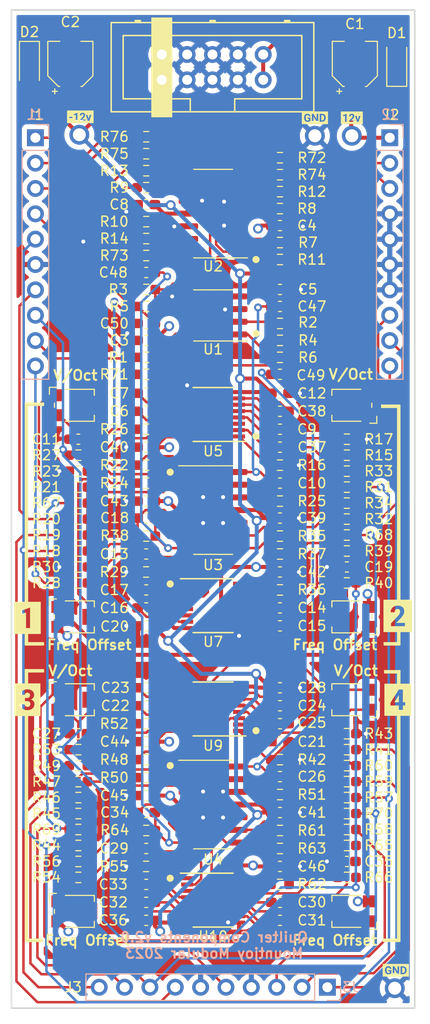
<source format=kicad_pcb>
(kicad_pcb (version 20221018) (generator pcbnew)
  (layers (0 "F.Cu" signal) (1 "In1.Cu" signal) (2 "In2.Cu" signal) (31 "B.Cu" signal) (34 "B.Paste" user) (35 "F.Paste" user) (36 "B.SilkS" user "B.Silkscreen") (37 "F.SilkS" user "F.Silkscreen") (38 "B.Mask" user) (39 "F.Mask" user) (44 "Edge.Cuts" user))
  (net 0 "")
  (net 1 "+12V")
  (net 2 "GND")
  (net 3 "-12V")
  (net 4 "Net-(C9-Pad2)")
  (net 5 "/Audio_Out1")
  (net 6 "Net-(C10-Pad2)")
  (net 7 "Net-(C6-Pad1)")
  (net 8 "Net-(C6-Pad2)")
  (net 9 "Net-(C7-Pad1)")
  (net 10 "Net-(C7-Pad2)")
  (net 11 "Net-(C11-Pad1)")
  (net 12 "Net-(C9-Pad1)")
  (net 13 "Net-(C13-Pad1)")
  (net 14 "Net-(C13-Pad2)")
  (net 15 "Net-(C14-Pad1)")
  (net 16 "Net-(C14-Pad2)")
  (net 17 "Net-(C15-Pad1)")
  (net 18 "Net-(C15-Pad2)")
  (net 19 "Net-(C16-Pad1)")
  (net 20 "Net-(C16-Pad2)")
  (net 21 "Net-(C17-Pad1)")
  (net 22 "Net-(C17-Pad2)")
  (net 23 "/Audio_Out2")
  (net 24 "Net-(FREQ_OFFSET1-Pad2)")
  (net 25 "Net-(C18-Pad2)")
  (net 26 "Net-(C19-Pad1)")
  (net 27 "Net-(C21-Pad1)")
  (net 28 "Net-(C21-Pad2)")
  (net 29 "Net-(C22-Pad1)")
  (net 30 "Net-(C22-Pad2)")
  (net 31 "Net-(C23-Pad1)")
  (net 32 "Net-(C23-Pad2)")
  (net 33 "Net-(C24-Pad1)")
  (net 34 "Net-(C24-Pad2)")
  (net 35 "Net-(C25-Pad1)")
  (net 36 "Net-(C25-Pad2)")
  (net 37 "/Audio_Out3")
  (net 38 "Net-(C26-Pad2)")
  (net 39 "Net-(C27-Pad1)")
  (net 40 "Net-(C29-Pad1)")
  (net 41 "Net-(C29-Pad2)")
  (net 42 "Net-(C30-Pad1)")
  (net 43 "Net-(C30-Pad2)")
  (net 44 "Net-(C31-Pad1)")
  (net 45 "Net-(C31-Pad2)")
  (net 46 "Net-(C32-Pad1)")
  (net 47 "Net-(C32-Pad2)")
  (net 48 "Net-(C33-Pad1)")
  (net 49 "Net-(C33-Pad2)")
  (net 50 "/Audio_Out4")
  (net 51 "Net-(C34-Pad2)")
  (net 52 "Net-(C35-Pad1)")
  (net 53 "Net-(FREQ_OFFSET2-Pad2)")
  (net 54 "Net-(FREQ_OFFSET3-Pad2)")
  (net 55 "Net-(FREQ_OFFSET4-Pad2)")
  (net 56 "/AUDIO_IN1")
  (net 57 "/FREQ_CV_DAMP2")
  (net 58 "/FREQ_V_OCT1")
  (net 59 "/AUDIO_BUFF1")
  (net 60 "/AUDIO_IN3")
  (net 61 "/FREQ_CV_DAMP4")
  (net 62 "/FREQ_V_OCT3")
  (net 63 "/AUDIO_IN2")
  (net 64 "/FREQ_CV_DAMP1")
  (net 65 "/FREQ_V_OCT2")
  (net 66 "/AUDIO_BUFF2")
  (net 67 "/AUDIO_BUFF3")
  (net 68 "/AUDIO_IN4")
  (net 69 "/AUDIO_BUFF4")
  (net 70 "/FREQ_CV_DAMP3")
  (net 71 "/FREQ_V_OCT4")
  (net 72 "/FREQ_POT")
  (net 73 "/Q_POT")
  (net 74 "/FREQ_POT_5V")
  (net 75 "/AUDIO_MIX")
  (net 76 "Net-(R2-Pad1)")
  (net 77 "Net-(R11-Pad2)")
  (net 78 "Net-(R12-Pad2)")
  (net 79 "Net-(R13-Pad2)")
  (net 80 "Net-(R10-Pad1)")
  (net 81 "/FREQ_JACK")
  (net 82 "Net-(R21-Pad1)")
  (net 83 "/Filter_Voice1/FREQ_CTRL")
  (net 84 "Net-(R22-Pad2)")
  (net 85 "/Filter_Voice1/Q_CTRL")
  (net 86 "Net-(R34-Pad1)")
  (net 87 "/Filter_Voice2/FREQ_CTRL")
  (net 88 "Net-(R35-Pad2)")
  (net 89 "/Filter_Voice2/Q_CTRL")
  (net 90 "Net-(R18-Pad1)")
  (net 91 "Net-(R47-Pad1)")
  (net 92 "/Filter_Voice3/FREQ_CTRL")
  (net 93 "Net-(R48-Pad2)")
  (net 94 "/Filter_Voice3/Q_CTRL")
  (net 95 "Net-(R31-Pad1)")
  (net 96 "Net-(R60-Pad1)")
  (net 97 "/Filter_Voice4/FREQ_CTRL")
  (net 98 "Net-(R61-Pad2)")
  (net 99 "/Filter_Voice4/Q_CTRL")
  (net 100 "/+12V_IN")
  (net 101 "/-12V_IN")
  (net 102 "Net-(U1-Pad6)")
  (net 103 "Net-(C37-Pad1)")
  (net 104 "Net-(C37-Pad2)")
  (net 105 "Net-(C38-Pad2)")
  (net 106 "Net-(C38-Pad1)")
  (net 107 "Net-(R44-Pad1)")
  (net 108 "Net-(R57-Pad1)")
  (net 109 "Net-(R6-Pad1)")
  (net 110 "Net-(R11-Pad1)")
  (net 111 "Net-(R12-Pad1)")
  (net 112 "Net-(R13-Pad1)")
  (net 113 "Net-(R14-Pad1)")
  (net 114 "Net-(C10-Pad1)")
  (net 115 "Net-(C18-Pad1)")
  (net 116 "Net-(C26-Pad1)")
  (net 117 "Net-(C34-Pad1)")
  (net 118 "/FREQ_POT_-5V")
  (footprint "Capacitor_SMD:C_0603_1608Metric_Pad1.08x0.95mm_HandSolder" (layer "F.Cu") (at 63.5 137.6 180)
    (fp_text reference "C33")
    (fp_text value "560pF_C0G")
  )
  (footprint "Package_SO:SOIC-14_3.9x8.7mm_P1.27mm" (layer "F.Cu") (at 70.2 70.4 180)
    (fp_text reference "U2")
    (fp_text value "TL074")
  )
  (footprint "Resistor_SMD:R_0603_1608Metric_Pad0.98x0.95mm_HandSolder" (layer "F.Cu") (at 56.7 133.7 180)
    (fp_text reference "R44")
    (fp_text value "100k")
  )
  (footprint "Resistor_SMD:R_0603_1608Metric_Pad0.98x0.95mm_HandSolder" (layer "F.Cu") (at 56.7 96.2 180)
    (fp_text reference "R23")
    (fp_text value "1k")
  )
  (footprint "Potentiometer_SMD:Potentiometer_Bourns_TC33X_Vertical" (layer "F.Cu") (at 84 110.8 180)
    (fp_text reference "FREQ_OFFSET2" hide)
    (fp_text value "50k")
  )
  (footprint "Capacitor_SMD:C_0603_1608Metric_Pad1.08x0.95mm_HandSolder" (layer "F.Cu") (at 76.9 71.6)
    (fp_text reference "C4")
    (fp_text value "1uF")
  )
  (footprint "Diode_SMD:D_SOD-123" (layer "F.Cu") (at 88.6 55.4 90)
    (fp_text reference "D1")
    (fp_text value "1N5819")
  )
  (footprint "Resistor_SMD:R_0603_1608Metric_Pad0.98x0.95mm_HandSolder" (layer "F.Cu") (at 56.7 124.1)
    (fp_text reference "R53")
    (fp_text value "24k")
  )
  (footprint "Capacitor_SMD:C_0603_1608Metric_Pad1.08x0.95mm_HandSolder" (layer "F.Cu") (at 76.9 90.2)
    (fp_text reference "C38")
    (fp_text value "6.8nF_C0G")
  )
  (footprint "Resistor_SMD:R_0603_1608Metric_Pad0.98x0.95mm_HandSolder" (layer "F.Cu") (at 83.6 133.7 180)
    (fp_text reference "R65")
    (fp_text value "499")
  )
  (footprint "Capacitor_SMD:C_0603_1608Metric_Pad1.08x0.95mm_HandSolder" (layer "F.Cu") (at 63.5 128.7 180)
    (fp_text reference "C45")
    (fp_text value "1uF")
  )
  (footprint "Resistor_SMD:R_0603_1608Metric_Pad0.98x0.95mm_HandSolder" (layer "F.Cu") (at 83.6 132.1)
    (fp_text reference "R58")
    (fp_text value "220k")
  )
  (footprint "Capacitor_SMD:C_0603_1608Metric_Pad1.08x0.95mm_HandSolder" (layer "F.Cu") (at 76.9 97.4)
    (fp_text reference "C10")
    (fp_text value "100pF")
  )
  (footprint "Custom_Footprints:Eurorack_10_pin_header" (layer "F.Cu") (at 65.06 57)
    (fp_text reference "J4" hide)
    (fp_text value "Eurorack_10_pin_power")
  )
  (footprint "Resistor_SMD:R_0603_1608Metric_Pad0.98x0.95mm_HandSolder" (layer "F.Cu") (at 63.5 62.7 180)
    (fp_text reference "R76")
    (fp_text value "14k")
  )
  (footprint "Capacitor_SMD:C_0603_1608Metric_Pad1.08x0.95mm_HandSolder" (layer "F.Cu") (at 76.9 109.9)
    (fp_text reference "C14")
    (fp_text value "6.8nF_C0G")
  )
  (footprint "Potentiometer_SMD:Potentiometer_Bourns_TC33X_Vertical" (layer "F.Cu") (at 84 140.3 180)
    (fp_text reference "FREQ_OFFSET4" hide)
    (fp_text value "50k")
  )
  (footprint "kibuzzard-63FCE890" (layer "F.Cu") (at 51.6 110.9)
    (fp_text reference "kibuzzard-63FCE890" hide)
    (fp_text value "G***" hide)
  )
  (footprint "Resistor_SMD:R_0603_1608Metric_Pad0.98x0.95mm_HandSolder" (layer "F.Cu") (at 76.9 102.7 180)
    (fp_text reference "R35")
    (fp_text value "100k")
  )
  (footprint "Resistor_SMD:R_0603_1608Metric_Pad0.98x0.95mm_HandSolder" (layer "F.Cu") (at 76.9 81.4)
    (fp_text reference "R2")
    (fp_text value "10k")
  )
  (footprint "Capacitor_SMD:C_0603_1608Metric_Pad1.08x0.95mm_HandSolder" (layer "F.Cu") (at 76.9 139.4)
    (fp_text reference "C30")
    (fp_text value "6.8nF_C0G")
  )
  (footprint "Capacitor_SMD:C_0603_1608Metric_Pad1.08x0.95mm_HandSolder" (layer "F.Cu") (at 63.5 83.1 180)
    (fp_text reference "C3")
    (fp_text value "1uF")
  )
  (footprint "Resistor_SMD:R_0603_1608Metric_Pad0.98x0.95mm_HandSolder" (layer "F.Cu") (at 56.7 97.8)
    (fp_text reference "R21")
    (fp_text value "160k")
  )
  (footprint "Capacitor_SMD:C_0603_1608Metric_Pad1.08x0.95mm_HandSolder" (layer "F.Cu") (at 76.9 117.9 180)
    (fp_text reference "C28")
    (fp_text value "1uF")
  )
  (footprint "Resistor_SMD:R_0603_1608Metric_Pad0.98x0.95mm_HandSolder" (layer "F.Cu") (at 76.9 125.1 180)
    (fp_text reference "R42")
    (fp_text value "200")
  )
  (footprint "Capacitor_SMD:C_0603_1608Metric_Pad1.08x0.95mm_HandSolder" (layer "F.Cu") (at 76.9 111.7)
    (fp_text reference "C15")
    (fp_text value "6.8nF_C0G")
  )
  (footprint "Potentiometer_SMD:Potentiometer_Bourns_TC33X_Vertical" (layer "F.Cu") (at 84 119.1 180)
    (fp_text reference "V_OCT4" hide)
    (fp_text value "50k")
  )
  (footprint "Capacitor_SMD:C_0603_1608Metric_Pad1.08x0.95mm_HandSolder" (layer "F.Cu") (at 76.9 141.2)
    (fp_text reference "C31")
    (fp_text value "6.8nF_C0G")
  )
  (footprint "kibuzzard-63F9EC4B" (layer "F.Cu") (at 51.6 119.1)
    (fp_text reference "kibuzzard-63F9EC4B" hide)
    (fp_text value "G***" hide)
  )
  (footprint "Resistor_SMD:R_0603_1608Metric_Pad0.98x0.95mm_HandSolder" (layer "F.Cu") (at 63.5 64.4 180)
    (fp_text reference "R75")
    (fp_text value "1k")
  )
  (footprint "Resistor_SMD:R_0603_1608Metric_Pad0.98x0.95mm_HandSolder" (layer "F.Cu") (at 63.5 74.6 180)
    (fp_text reference "R73")
    (fp_text value "1k")
  )
  (footprint "Capacitor_SMD:C_0603_1608Metric_Pad1.08x0.95mm_HandSolder" (layer "F.Cu") (at 56.7 93 180)
    (fp_text reference "C11")
    (fp_text value "10nF")
  )
  (footprint "Resistor_SMD:R_0603_1608Metric_Pad0.98x0.95mm_HandSolder" (layer "F.Cu") (at 76.9 66.5)
    (fp_text reference "R74")
    (fp_text value "1k")
  )
  (footprint "Resistor_SMD:R_0603_1608Metric_Pad0.98x0.95mm_HandSolder" (layer "F.Cu") (at 76.9 104.5)
    (fp_text reference "R37")
    (fp_text value "499k")
  )
  (footprint "Resistor_SMD:R_0603_1608Metric_Pad0.98x0.95mm_HandSolder" (layer "F.Cu") (at 83.6 128.9)
    (fp_text reference "R57")
    (fp_text value "100k")
  )
  (footprint "Resistor_SMD:R_0603_1608Metric_Pad0.98x0.95mm_HandSolder" (layer "F.Cu") (at 63.5 126.9 180)
    (fp_text reference "R50")
    (fp_text value "499k")
  )
  (footprint "Capacitor_SMD:C_0603_1608Metric_Pad1.08x0.95mm_HandSolder" (layer "F.Cu") (at 76.9 92)
    (fp_text reference "C9")
    (fp_text value "560pF_C0G")
  )
  (footprint "Resistor_SMD:R_0603_1608Metric_Pad0.98x0.95mm_HandSolder" (layer "F.Cu") (at 76.9 128.6)
    (fp_text reference "R51")
    (fp_text value "33k")
  )
  (footprint "Resistor_SMD:R_0603_1608Metric_Pad0.98x0.95mm_HandSolder" (layer "F.Cu") (at 56.7 94.6)
    (fp_text reference "R27")
    (fp_text value "24k")
  )
  (footprint "Resistor_SMD:R_0603_1608Metric_Pad0.98x0.95mm_HandSolder" (layer "F.Cu") (at 83.6 96.2)
    (fp_text reference "R33")
    (fp_text value "100k")
  )
  (footprint "Resistor_SMD:R_0603_1608Metric_Pad0.98x0.95mm_HandSolder" (layer "F.Cu") (at 63.5 67.8 180)
    (fp_text reference "R9")
    (fp_text value "10k")
  )
  (footprint "Resistor_SMD:R_0603_1608Metric_Pad0.98x0.95mm_HandSolder" (layer "F.Cu") (at 63.5 66.1 180)
    (fp_text reference "R13")
    (fp_text value "10k")
  )
  (footprint "kibuzzard-640237DF" (layer "F.Cu") (at 80.4 60.8)
    (fp_text reference "kibuzzard-640237DF" hide)
    (fp_text value "G***" hide)
  )
  (footprint "Resistor_SMD:R_0603_1608Metric_Pad0.98x0.95mm_HandSolder" (layer "F.Cu") (at 56.7 128.9 180)
    (fp_text reference "R46")
    (fp_text value "100k")
  )
  (footprint "Resistor_SMD:R_0603_1608Metric_Pad0.98x0.95mm_HandSolder" (layer "F.Cu") (at 63.5 95.6 180)
    (fp_text reference "R22")
    (fp_text value "100k")
  )
  (footprint "Package_SO:SOIC-14_3.9x8.7mm_P1.27mm" (layer "F.Cu") (at 70.2 129.6)
    (fp_text reference "U4")
    (fp_text value "TL074")
  )
  (footprint "Capacitor_SMD:CP_Elec_4x5.8" (layer "F.Cu") (at 55.9 55.4 90)
    (fp_text reference "C2")
    (fp_text value "22uF")
  )
  (footprint "Capacitor_SMD:C_0603_1608Metric_Pad1.08x0.95mm_HandSolder" (layer "F.Cu") (at 63.5 119.7)
    (fp_text reference "C22")
    (fp_text value "6.8nF_C0G")
  )
  (footprint "Capacitor_SMD:C_0603_1608Metric_Pad1.08x0.95mm_HandSolder" (layer "F.Cu") (at 63.5 108.1 180)
    (fp_text reference "C17")
    (fp_text value "560pF_C0G")
  )
  (footprint "Capacitor_SMD:C_0603_1608Metric_Pad1.08x0.95mm_HandSolder" (layer "F.Cu") (at 63.5 93.8 180)
    (fp_text reference "C40")
    (fp_text value "1uF")
  )
  (footprint "kibuzzard-63FCEF0D" (layer "F.Cu") (at 88.7 110.7)
    (fp_text reference "kibuzzard-63FCEF0D" hide)
    (fp_text value "G***" hide)
  )
  (footprint "Capacitor_SMD:C_0603_1608Metric_Pad1.08x0.95mm_HandSolder" (layer "F.Cu") (at 83.6 105.8 180)
    (fp_text reference "C19")
    (fp_text value "10nF")
  )
  (footprint "Resistor_SMD:R_0603_1608Metric_Pad0.98x0.95mm_HandSolder" (layer "F.Cu") (at 63.5 102.7 180)
    (fp_text reference "R38")
    (fp_text value "33k")
  )
  (footprint "Resistor_SMD:R_0603_1608Metric_Pad0.98x0.95mm_HandSolder" (layer "F.Cu") (at 56.7 104.2 180)
    (fp_text reference "R18")
    (fp_text value "100k")
  )
  (footprint "Custom_Footprints:1.3mm_Test_Point" (layer "F.Cu") (at 56.8 62.5)
    (fp_text reference "TP2" hide)
    (fp_text value "TestPoint")
  )
  (footprint "Potentiometer_SMD:Potentiometer_Bourns_TC33X_Vertical" (layer "F.Cu") (at 56.4 119.1)
    (fp_text reference "V_OCT3" hide)
    (fp_text value "50k")
  )
  (footprint "Resistor_SMD:R_0603_1608Metric_Pad0.98x0.95mm_HandSolder" (layer "F.Cu") (at 76.9 95.6 180)
    (fp_text reference "R16")
    (fp_text value "200")
  )
  (footprint "Resistor_SMD:R_0603_1608Metric_Pad0.98x0.95mm_HandSolder" (layer "F.Cu") (at 63.5 71.2 180)
    (fp_text reference "R10")
    (fp_text value "10k")
  )
  (footprint "Potentiometer_SMD:Potentiometer_Bourns_TC33X_Vertical" (layer "F.Cu") (at 56.4 89.6)
    (fp_text reference "V_OCT1" hide)
    (fp_text value "50k")
  )
  (footprint "Capacitor_SMD:C_0603_1608Metric_Pad1.08x0.95mm_HandSolder" (layer "F.Cu") (at 63.5 100.9 180)
    (fp_text reference "C18")
    (fp_text value "100pF")
  )
  (footprint "Resistor_SMD:R_0603_1608Metric_Pad0.98x0.95mm_HandSolder" (layer "F.Cu") (at 76.9 137.6)
    (fp_text reference "R62")
    (fp_text value "1k")
  )
  (footprint "Resistor_SMD:R_0603_1608Metric_Pad0.98x0.95mm_HandSolder" (layer "F.Cu") (at 83.6 99.4 180)
    (fp_text reference "R34")
    (fp_text value "160k")
  )
  (footprint "Resistor_SMD:R_0603_1608Metric_Pad0.98x0.95mm_HandSolder" (layer "F.Cu") (at 56.7 132.1 180)
    (fp_text reference "R69")
    (fp_text value "100k")
  )
  (footprint "Diode_SMD:D_SOD-123" (layer "F.Cu") (at 51.8 55.4 -90)
    (fp_text reference "D2")
    (fp_text value "1N5819")
  )
  (footprint "Resistor_SMD:R_0603_1608Metric_Pad0.98x0.95mm_HandSolder" (layer "F.Cu") (at 56.7 102.6 180)
    (fp_text reference "R19")
    (fp_text value "220k")
  )
  (footprint "Resistor_SMD:R_0603_1608Metric_Pad0.98x0.95mm_HandSolder" (layer "F.Cu") (at 63.5 132.2 180)
    (fp_text reference "R64")
    (fp_text value "33k")
  )
  (footprint "Capacitor_SMD:C_0603_1608Metric_Pad1.08x0.95mm_HandSolder" (layer "F.Cu") (at 76.9 123.3)
    (fp_text reference "C21")
    (fp_text value "3.3nF")
  )
  (footprint "Capacitor_SMD:C_0603_1608Metric_Pad1.08x0.95mm_HandSolder" (layer "F.Cu") (at 76.9 78)
    (fp_text reference "C5")
    (fp_text value "1uF")
  )
  (footprint "Package_SO:SSOP-16_3.9x4.9mm_P0.635mm" (layer "F.Cu") (at 70.2 109.7)
    (fp_text reference "U7")
    (fp_text value "SSI2144")
  )
  (footprint "Resistor_SMD:R_0603_1608Metric_Pad0.98x0.95mm_HandSolder" (layer "F.Cu") (at 83.6 102.6)
    (fp_text reference "R68")
    (fp_text value "100k")
  )
  (footprint "Capacitor_SMD:C_0603_1608Metric_Pad1.08x0.95mm_HandSolder" (layer "F.Cu") (at 63.5 130.4 180)
    (fp_text reference "C34")
    (fp_text value "100pF")
  )
  (footprint "Resistor_SMD:R_0603_1608Metric_Pad0.98x0.95mm_HandSolder" (layer "F.Cu") (at 76.9 108.1)
    (fp_text reference "R36")
    (fp_text value "1k")
  )
  (footprint "Resistor_SMD:R_0603_1608Metric_Pad0.98x0.95mm_HandSolder" (layer "F.Cu") (at 63.5 78 180)
    (fp_text reference "R3")
    (fp_text value "10k")
  )
  (footprint "Resistor_SMD:R_0603_1608Metric_Pad0.98x0.95mm_HandSolder" (layer "F.Cu") (at 76.9 84.8)
    (fp_text reference "R6")
    (fp_text value "4.7k")
  )
  (footprint "Resistor_SMD:R_0603_1608Metric_Pad0.98x0.95mm_HandSolder" (layer "F.Cu") (at 56.7 135.3 180)
    (fp_text reference "R56")
    (fp_text value "200")
  )
  (footprint "Resistor_SMD:R_0603_1608Metric_Pad0.98x0.95mm_HandSolder" (layer "F.Cu") (at 63.5 121.5)
    (fp_text reference "R52")
    (fp_text value "499")
  )
  (footprint "Package_SO:SSOP-16_3.9x4.9mm_P0.635mm" (layer "F.Cu") (at 70.2 139.2)
    (fp_text reference "U10")
    (fp_text value "SSI2144")
  )
  (footprint "Resistor_SMD:R_0603_1608Metric_Pad0.98x0.95mm_HandSolder" (layer "F.Cu") (at 76.9 73.3)
    (fp_text reference "R7")
    (fp_text value "10k")
  )
  (footprint "Resistor_SMD:R_0603_1608Metric_Pad0.98x0.95mm_HandSolder" (layer "F.Cu") (at 56.7 99.4 180)
    (fp_text reference "R67")
    (fp_text value "100k")
  )
  (footprint "Resistor_SMD:R_0603_1608Metric_Pad0.98x0.95mm_HandSolder" (layer "F.Cu") (at 56.7 136.9 180)
    (fp_text reference "R54")
    (fp_text value "68k")
  )
  (footprint "Capacitor_SMD:C_0603_1608Metric_Pad1.08x0.95mm_HandSolder" (layer "F.Cu") (at 76.9 119.7)
    (fp_text reference "C24")
    (fp_text value "6.8nF_C0G")
  )
  (footprint "Resistor_SMD:R_0603_1608Metric_Pad0.98x0.95mm_HandSolder" (layer "F.Cu") (at 76.9 68.2)
    (fp_text reference "R12")
    (fp_text value "10k")
  )
  (footprint "Resistor_SMD:R_0603_1608Metric_Pad0.98x0.95mm_HandSolder" (layer "F.Cu") (at 63.5 92)
    (fp_text reference "R26")
    (fp_text value "499")
  )
  (footprint "Capacitor_SMD:C_0603_1608Metric_Pad1.08x0.95mm_HandSolder" (layer "F.Cu") (at 76.9 86.5 180)
    (fp_text reference "C49")
    (fp_text value "10uF")
  )
  (footprint "Resistor_SMD:R_0603_1608Metric_Pad0.98x0.95mm_HandSolder" (layer "F.Cu") (at 56.7 101 180)
    (fp_text reference "R20")
    (fp_text value "100k")
  )
  (footprint "Resistor_SMD:R_0603_1608Metric_Pad0.98x0.95mm_HandSolder" (layer "F.Cu") (at 76.9 69.9)
    (fp_text reference "R8")
    (fp_text value "10k")
  )
  (footprint "Capacitor_SMD:C_0603_1608Metric_Pad1.08x0.95mm_HandSolder" (layer "F.Cu") (at 76.9 121.5)
    (fp_text reference "C25")
    (fp_text value "560pF_C0G")
  )
  (footprint "Resistor_SMD:R_0603_1608Metric_Pad0.98x0.95mm_HandSolder" (layer "F.Cu") (at 56.7 107.4 180)
    (fp_text reference "R28")
    (fp_text value "68k")
  )
  (footprint "Capacitor_SMD:C_0603_1608Metric_Pad1.08x0.95mm_HandSolder" (layer "F.Cu") (at 76.9 93.8)
    (fp_text reference "C37")
    (fp_text value "3.3nF")
  )
  (footprint "Package_SO:SSOP-16_3.9x4.9mm_P0.635mm" (layer "F.Cu") (at 70.2 90.5 180)
    (fp_text reference "U5")
    (fp_text value "SSI2144")
  )
  (footprint "Resistor_SMD:R_0603_1608Metric_Pad0.98x0.95mm_HandSolder" (layer "F.Cu") (at 76.9 64.8)
    (fp_text reference "R72")
    (fp_text value "1k")
  )
  (footprint "Resistor_SMD:R_0603_1608Metric_Pad0.98x0.95mm_HandSolder" (layer "F.Cu") (at 63.4875 135.8)
    (fp_text reference "R55")
    (fp_text value "200")
  )
  (footprint "Resistor_SMD:R_0603_1608Metric_Pad0.98x0.95mm_HandSolder" (layer "F.Cu") (at 83.6 124.1)
    (fp_text reference "R41")
    (fp_text value "68k")
  )
  (footprint "Capacitor_SMD:C_0603_1608Metric_Pad1.08x0.95mm_HandSolder" (layer "F.Cu") (at 76.9 135.8)
    (fp_text reference "C46")
    (fp_text value "1uF")
  )
  (footprint "Resistor_SMD:R_0603_1608Metric_Pad0.98x0.95mm_HandSolder" (layer "F.Cu") (at 83.6 130.5)
    (fp_text reference "R70")
    (fp_text value "100k")
  )
  (footprint "Capacitor_SMD:C_0603_1608Metric_Pad1.08x0.95mm_HandSolder" (layer "F.Cu") (at 63.5 141.2)
    (fp_text reference "C36")
    (fp_text value "1uF")
  )
  (footprint "Capacitor_SMD:C_0603_1608Metric_Pad1.08x0.95mm_HandSolder" (layer "F.Cu") (at 76.9 88.4 180)
    (fp_text reference "C12")
    (fp_text value "1uF")
  )
  (footprint "Package_SO:SSOP-16_3.9x4.9mm_P0.635mm" (layer "F.Cu") (at 70.2 120 180)
    (fp_text reference "U9")
    (fp_text value "SSI2144")
  )
  (footprint "Resistor_SMD:R_0603_1608Metric_Pad0.98x0.95mm_HandSolder" (layer "F.Cu") (at 83.6 101)
    (fp_text reference "R32")
    (fp_text value "220k")
  )
  (footprint "Resistor_SMD:R_0603_1608Metric_Pad0.98x0.95mm_HandSolder" (layer "F.Cu") (at 63.5 125.1 180)
    (fp_text reference "R48")
    (fp_text value "100k")
  )
  (footprint "Capacitor_SMD:C_0603_1608Metric_Pad1.08x0.95mm_HandSolder" (layer "F.Cu") (at 56.7 122.5 180)
    (fp_text reference "C27")
    (fp_text value "10nF")
  )
  (footprint "kibuzzard-63F9ECEE" (layer "F.Cu") (at 88.7 119.1)
    (fp_text reference "kibuzzard-63F9ECEE" hide)
    (fp_text value "G***" hide)
  )
  (footprint "Resistor_SMD:R_0603_1608Metric_Pad0.98x0.95mm_HandSolder" (layer "F.Cu") (at 56.7 105.8 180)
    (fp_text reference "R30")
    (fp_text value "200")
  )
  (footprint "Potentiometer_SMD:Potentiometer_Bourns_TC33X_Vertical" (layer "F.Cu") (at 56.4 140.3)
    (fp_text reference "FREQ_OFFSET3" hide)
    (fp_text value "50k")
  )
  (footprint "Resistor_SMD:R_0603_1608Metric_Pad0.98x0.95mm_HandSolder" (layer "F.Cu") (at 83.6 107.4 180)
    (fp_text reference "R40")
    (fp_text value "24k")
  )
  (footprint "Potentiometer_SMD:Potentiometer_Bourns_TC33X_Vertical" (layer "F.Cu") (at 56.4 110.8)
    (fp_text reference "FREQ_OFFSET1" hide)
    (fp_text value "50k")
  )
  (footprint "Custom_Footprints:1.3mm_Test_Point" (layer "F.Cu") (at 80.4 62.6)
    (fp_text reference "TP4" hide)
    (fp_text value "TestPoint")
  )
  (footprint "Capacitor_SMD:C_0603_1608Metric_Pad1.08x0.95mm_HandSolder" (layer "F.Cu") (at 63.5 123.3 180)
    (fp_text reference "C44")
    (fp_text value "1uF")
  )
  (footprint "Capacitor_SMD:C_0603_1608Metric_Pad1.08x0.95mm_HandSolder" (layer "F.Cu") (at 63.5 69.5 180)
    (fp_text reference "C8")
    (fp_text value "1uF")
  )
  (footprint "Package_SO:SOIC-14_3.9x8.7mm_P1.27mm" (layer "F.Cu") (at 70.2 100.1)
    (fp_text reference "U3")
    (fp_text value "TL074")
  )
  (footprint "Capacitor_SMD:C_0603_1608Metric_Pad1.08x0.95mm_HandSolder" (layer "F.Cu") (at 76.9 79.7 180)
    (fp_text reference "C47")
    (fp_text value "10uF")
  )
  (footprint "Capacitor_SMD:C_0603_1608Metric_Pad1.08x0.95mm_HandSolder" (layer "F.Cu") (at 63.5 81.4 180)
    (fp_text reference "C50")
    (fp_text value "10uF")
  )
  (footprint "kibuzzard-640237A8" (layer "F.Cu") (at 84.1 60.8)
    (fp_text reference "kibuzzard-640237A8" hide)
    (fp_text value "G***" hide)
  )
  (footprint "Resistor_SMD:R_0603_1608Metric_Pad0.98x0.95mm_HandSolder" (layer "F.Cu") (at 83.6 136.9 180)
    (fp_text reference "R66")
    (fp_text value "24k")
  )
  (footprint "Resistor_SMD:R_0603_1608Metric_Pad0.98x0.95mm_HandSolder" (layer "F.Cu") (at 76.9 83.1)
    (fp_text reference "R4")
    (fp_text value "10k")
  )
  (footprint "Capacitor_SMD:C_0603_1608Metric_Pad1.08x0.95mm_HandSolder" (layer "F.Cu") (at 76.9 130.4)
    (fp_text reference "C41")
    (fp_text value "1uF")
  )
  (footprint "Resistor_SMD:R_0603_1608Metric_Pad0.98x0.95mm_HandSolder" (layer "F.Cu") (at 83.6 127.3)
    (fp_text reference "R59")
    (fp_text value "100k")
  )
  (footprint "Capacitor_SMD:C_0603_1608Metric_Pad1.08x0.95mm_HandSolder" (layer "F.Cu") (at 63.5 99.2 180)
    (fp_text reference "C43")
    (fp_text value "1uF")
  )
  (footprint "Resistor_SMD:R_0603_1608Metric_Pad0.98x0.95mm_HandSolder" (layer "F.Cu") (at 63.5 84.8 180)
    (fp_text reference "R1")
    (fp_text value "14k")
  )
  (footprint "Capacitor_SMD:C_0603_1608Metric_Pad1.08x0.95mm_HandSolder" (layer "F.Cu") (at 63.5 109.9 180)
    (fp_text reference "C16")
    (fp_text value "6.8nF_C0G")
  )
  (footprint "Resistor_SMD:R_0603_1608Metric_Pad0.98x0.95mm_HandSolder" (layer "F.Cu") (at 76.9 99.2)
    (fp_text reference "R25")
    (fp_text value "33k")
  )
  (footprint "Potentiometer_SMD:Potentiometer_Bourns_TC33X_Vertical" (layer "F.Cu") (at 84 89.6 180)
    (fp_text reference "V_OCT2" hide)
    (fp_text value "50k")
  )
  (footprint "Resistor_SMD:R_0603_1608Metric_Pad0.98x0.95mm_HandSolder" (layer "F.Cu") (at 56.7 127.3)
    (fp_text reference "R47")
    (fp_text value "160k")
  )
  (footprint "Capacitor_SMD:C_0603_1608Metric_Pad1.08x0.95mm_HandSolder" (layer "F.Cu") (at 63.5 104.5 180)
    (fp_text reference "C13")
    (fp_text value "3.3nF")
  )
  (footprint "Resistor_SMD:R_0603_1608Metric_Pad0.98x0.95mm_HandSolder" (layer "F.Cu") (at 63.5 72.9 180)
    (fp_text reference "R14")
    (fp_text value "10k")
  )
  (footprint "Resistor_SMD:R_0603_1608Metric_Pad0.98x0.95mm_HandSolder" (layer "F.Cu") (at 83.6 94.6)
    (fp_text reference "R15")
    (fp_text value "68k")
  )
  (footprint "Resistor_SMD:R_0603_1608Metric_Pad0.98x0.95mm_HandSolder" (layer "F.Cu") (at 83.6 93)
    (fp_text reference "R17")
    (fp_text value "200")
  )
  (footprint "Resistor_SMD:R_0603_1608Metric_Pad0.98x0.95mm_HandSolder" (layer "F.Cu") (at 63.5 97.4 180)
    (fp_text reference "R24")
    (fp_text value "499k")
  )
  (footprint "Custom_Footprints:1.3mm_Test_Point" (layer "F.Cu") (at 84.1 62.6)
    (fp_text reference "TP1" hide)
    (fp_text value "TestPoint")
  )
  (footprint "Capacitor_SMD:C_0603_1608Metric_Pad1.08x0.95mm_HandSolder" (layer "F.Cu") (at 63.5 90.2)
    (fp_text reference "C6")
    (fp_text value "6.8nF_C0G")
  )
  (footprint "Capacitor_SMD:C_0603_1608Metric_Pad1.08x0.95mm_HandSolder" (layer "F.Cu") (at 63.5 117.9)
    (fp_text reference "C23")
    (fp_text value "6.8nF_C0G")
  )
  (footprint "Resistor_SMD:R_0603_1608Metric_Pad0.98x0.95mm_HandSolder" (layer "F.Cu") (at 83.6 97.8)
    (fp_text reference "R31")
    (fp_text value "100k")
  )
  (footprint "Resistor_SMD:R_0603_1608Metric_Pad0.98x0.95mm_HandSolder" (layer "F.Cu") (at 83.6 104.2 180)
    (fp_text reference "R39")
    (fp_text value "499")
  )
  (footprint "Capacitor_SMD:C_0603_1608Metric_Pad1.08x0.95mm_HandSolder" (layer "F.Cu") (at 63.5 76.3)
    (fp_text reference "C48")
    (fp_text value "10uF")
  )
  (footprint "Capacitor_SMD:C_0603_1608Metric_Pad1.08x0.95mm_HandSolder" (layer "F.Cu") (at 76.9 126.8)
    (fp_text reference "C26")
    (fp_text value "100pF")
  )
  (footprint "Resistor_SMD:R_0603_1608Metric_Pad0.98x0.95mm_HandSolder" (layer "F.Cu") (at 83.6 122.5)
    (fp_text reference "R43")
    (fp_text value "200")
  )
  (footprint "Resistor_SMD:R_0603_1608Metric_Pad0.98x0.95mm_HandSolder" (layer "F.Cu") (at 63.5 86.5 180)
    (fp_text reference "R71")
    (fp_text value "1k")
  )
  (footprint "Capacitor_SMD:CP_Elec_4x5.8" (layer "F.Cu") (at 84.4 55.4 90)
    (fp_text reference "C1")
    (fp_text value "22uF")
  )
  (footprint "Capacitor_SMD:C_0603_1608Metric_Pad1.08x0.95mm_HandSolder" (layer "F.Cu") (at 76.9 106.3)
    (fp_text reference "C42")
    (fp_text value "1uF")
  )
  (footprint "Resistor_SMD:R_0603_1608Metric_Pad0.98x0.95mm_HandSolder" (layer "F.Cu") (at 76.9 132.2 180)
    (fp_text reference "R61")
    (fp_text value "100k")
  )
  (footprint "kibuzzard-640237DF" (layer "F.Cu") (at 88.5 146.2)
    (fp_text reference "kibuzzard-640237DF" hide)
    (fp_text value "G***" hide)
  )
  (footprint "Capacitor_SMD:C_0603_1608Metric_Pad1.08x0.95mm_HandSolder" (layer "F.Cu") (at 63.5 139.4 180)
    (fp_text reference "C32")
    (fp_text value "6.8nF_C0G")
  )
  (footprint "Resistor_SMD:R_0603_1608Metric_Pad0.98x0.95mm_HandSolder" (layer "F.Cu") (at 83.6 125.7 180)
    (fp_text reference "R60")
    (fp_text value "160k")
  )
  (footprint "Resistor_SMD:R_0603_1608Metric_Pad0.98x0.95mm_HandSolder" (layer "F.Cu") (at 63.5 79.7 180)
    (fp_text reference "R5")
    (fp_text value "10k")
  )
  (footprint "Resistor_SMD:R_0603_1608Metric_Pad0.98x0.95mm_HandSolder" (layer "F.Cu") (at 56.7 125.7 180)
    (fp_text reference "R49")
    (fp_text value "1k")
  )
  (footprint "Capacitor_SMD:C_0603_1608Metric_Pad1.08x0.95mm_HandSolder" (layer "F.Cu") (at 63.5 88.4)
    (fp_text reference "C7")
    (fp_text value "6.8nF_C0G")
  )
  (footprint "Resistor_SMD:R_0603_1608Metric_Pad0.98x0.95mm_HandSolder" (layer "F.Cu") (at 63.4875 106.3)
    (fp_text reference "R29")
    (fp_text value "200")
  )
  (footprint "Resistor_SMD:R_0603_1608Metric_Pad0.98x0.95mm_HandSolder" (layer "F.Cu") (at 76.9 75)
    (fp_text reference "R11")
    (fp_text value "10k")
  )
  (footprint "Resistor_SMD:R_0603_1608Metric_Pad0.98x0.95mm_HandSolder" (layer "F.Cu") (at 76.9 134)
    (fp_text reference "R63")
    (fp_text value "499k")
  )
  (footprint "Capacitor_SMD:C_0603_1608Metric_Pad1.08x0.95mm_HandSolder" (layer "F.Cu") (at 63.5 134 180)
    (fp_text reference "C29")
    (fp_text value "3.3nF")
  )
  (footprint "Capacitor_SMD:C_0603_1608Metric_Pad1.08x0.95mm_HandSolder" (layer "F.Cu") (at 76.9 100.9)
    (fp_text reference "C39")
    (fp_text value "1uF")
  )
  (footprint "Capacitor_SMD:C_0603_1608Metric_Pad1.08x0.95mm_HandSolder" (layer "F.Cu") (at 63.5 111.7)
    (fp_text reference "C20")
    (fp_text value "1uF")
  )
  (footprint "Custom_Footprints:1.3mm_Test_Point" (layer "F.Cu") (at 88.4 148)
    (fp_text reference "TP3" hide)
    (fp_text value "TestPoint")
  )
  (footprint "Resistor_SMD:R_0603_1608Metric_Pad0.98x0.95mm_HandSolder" (layer "F.Cu") (at 56.7 130.5 180)
    (fp_text reference "R45")
    (fp_text value "220k")
  )
  (footprint "kibuzzard-640237FD" (layer "F.Cu") (at 56.9 60.7)
    (fp_text reference "kibuzzard-640237FD" hide)
    (fp_text value "G***" hide)
  )
  (footprint "Package_SO:SO-8_3.9x4.9mm_P1.27mm" (layer "F.Cu") (at 70.2 80.6 180)
    (fp_text reference "U1")
    (fp_text value "TL072")
  )
  (footprint "Capacitor_SMD:C_0603_1608Metric_Pad1.08x0.95mm_HandSolder" (layer "F.Cu") (at 83.6 135.3 180)
    (fp_text reference "C35")
    (fp_text value "10nF")
  )
  (footprint "Connector_PinHeader_2.54mm:PinHeader_1x10_P2.54mm_Vertical" (layer "B.Cu") (at 81.65 147.9 90)
    (fp_text reference "J3")
    (fp_text value "Conn_01x10_Male" hide)
  )
  (footprint "Connector_PinHeader_2.54mm:PinHeader_1x10_P2.54mm_Vertical" (layer "B.Cu") (at 52.4 62.8 180)
    (fp_text reference "J1")
    (fp_text value "Conn_01x10_Male" hide)
  )
  (footprint "Connector_PinHeader_2.54mm:PinHeader_1x10_P2.54mm_Vertical" (layer "B.Cu") (at 87.9 62.8 180)
    (fp_text reference "J2")
    (fp_text value "Conn_01x10_Male" hide)
  )
  (gr_circle (center 65.9 96.3) (end 66.182843 96.3) (stroke (width 0.15)) (fill solid) (layer "F.SilkS"))
  (gr_circle (center 74.5 75) (end 74.782843 75) (stroke (width 0.15)) (fill solid) (layer "F.SilkS"))
  (gr_circle (center 65.9 107.5) (end 66.182843 107.5) (stroke (width 0.15)) (fill solid) (layer "F.SilkS"))
  (gr_rect (start 51.4 143.1) (end 53.1 143.3) (stroke (width 0.15)) (fill solid) (layer "F.SilkS"))
  (gr_rect (start 51.4 120.7) (end 51.6 143.1) (stroke (width 0.15)) (fill solid) (layer "F.SilkS"))
  (gr_circle (center 65.9 125.7) (end 66.182843 125.7) (stroke (width 0.15)) (fill solid) (layer "F.SilkS"))
  (gr_rect (start 87.4 116.2) (end 88.9 116.4) (stroke (width 0.15)) (fill solid) (layer "F.SilkS"))
  (gr_rect (start 88.7 112.2) (end 88.9 113.6) (stroke (width 0.15)) (fill solid) (layer "F.SilkS"))
  (gr_rect (start 51.4 89.4) (end 51.6 109.4) (stroke (width 0.15)) (fill solid) (layer "F.SilkS"))
  (gr_circle (center 74.5 92.7) (end 74.782843 92.7) (stroke (width 0.15)) (fill solid) (layer "F.SilkS"))
  (gr_circle (center 65.9 136.982843) (end 66.182843 136.982843) (stroke (width 0.15)) (fill solid) (layer "F.SilkS"))
  (gr_rect (start 51.4 113.4) (end 53.2 113.6) (stroke (width 0.15)) (fill solid) (layer "F.SilkS"))
  (gr_rect (start 51.4 89.4) (end 53.2 89.6) (stroke (width 0.15)) (fill solid) (layer "F.SilkS"))
  (gr_rect (start 51.4 116.1) (end 51.6 117.5) (stroke (width 0.15)) (fill solid) (layer "F.SilkS"))
  (gr_rect (start 87.1 89.6) (end 88.9 89.8) (stroke (width 0.15)) (fill solid) (layer "F.SilkS"))
  (gr_rect (start 51.4 112.2) (end 51.6 113.6) (stroke (width 0.15)) (fill solid) (layer "F.SilkS"))
  (gr_rect (start 51.4 116.1) (end 53.2 116.3) (stroke (width 0.15)) (fill solid) (layer "F.SilkS"))
  (gr_rect (start 88.7 89.7) (end 88.9 109.4) (stroke (width 0.15)) (fill solid) (layer "F.SilkS"))
  (gr_circle (center 74.5 82.4) (end 74.782843 82.4) (stroke (width 0.15)) (fill solid) (layer "F.SilkS"))
  (gr_rect (start 87.25 143.1) (end 88.85 143.3) (stroke (width 0.15)) (fill solid) (layer "F.SilkS"))
  (gr_rect (start 88.7 116.2) (end 88.9 117.5) (stroke (width 0.15)) (fill solid) (layer "F.SilkS"))
  (gr_circle (center 74.5 122.2) (end 74.782843 122.2) (stroke (width 0.15)) (fill solid) (layer "F.SilkS"))
  (gr_rect (start 87.35 113.4) (end 88.85 113.6) (stroke (width 0.15)) (fill solid) (layer "F.SilkS"))
  (gr_rect (start 88.7 120.7) (end 88.9 143.3) (stroke (width 0.15)) (fill solid) (layer "F.SilkS"))
  (gr_line locked (start 90.4 50) (end 90.4 150) (stroke (width 0.15)) (layer "Edge.Cuts"))
  (gr_line locked (start 50 50) (end 90.4 50) (stroke (width 0.15)) (layer "Edge.Cuts"))
  (gr_line locked (start 50 50) (end 50 150) (stroke (width 0.15)) (layer "Edge.Cuts"))
  (gr_line locked (start 50 150) (end 90.4 150) (stroke (width 0.15)) (layer "Edge.Cuts"))
  (gr_text "Quilter Components v2.0\nMountjoy Modular 2023" (at 70.3 143.7) (layer "B.SilkS") (effects (font (size 1 1) (thickness 0.2)) (justify mirror)))
  (gr_text "Freq Offset" (at 57.6 143.2) (layer "F.SilkS") (effects (font (size 1 1) (thickness 0.2))))
  (gr_text "Freq Offset" (at 82.4 143.2) (layer "F.SilkS") (effects (font (size 1 1) (thickness 0.2))))
  (gr_text "Freq Offset" (at 57.8 113.6) (layer "F.SilkS") (effects (font (size 1 1) (thickness 0.2))))
  (gr_text "J3" (at 56.2 147.9) (layer "F.SilkS") (effects (font (size 1 1))))
  (gr_text "V/Oct" (at 84 86.5) (layer "F.SilkS") (effects (font (size 1 1) (thickness 0.2))))
  (gr_text "V/Oct" (at 56.4 86.6) (layer "F.SilkS") (effects (font (size 1 1) (thickness 0.2))))
  (gr_text "V/Oct" (at 55.9 116.2) (layer "F.SilkS") (effects (font (size 1 1) (thickness 0.2))))
  (gr_text "J1" (at 52.4 60.5) (layer "F.SilkS") (effects (font (size 1 1))))
  (gr_text "J2" (at 88 60.5) (layer "F.SilkS") (effects (font (size 1 1))))
  (gr_text "Freq Offset" (at 82.4 113.6) (layer "F.SilkS") (effects (font (size 1 1) (thickness 0.2))))
  (gr_text "V/Oct" (at 84.5 116.2) (layer "F.SilkS") (effects (font (size 1 1) (thickness 0.2))))
  (segment (start 67.725 100.1) (end 66.6 100.1) (width 0.4) (layer "F.Cu") (net 1))
  (segment (start 67.6 122.2225) (end 65.44 122.2225) (width 0.4) (layer "F.Cu") (net 1))
  (segment (start 66.8 129.6) (end 65.9 128.7) (width 0.4) (layer "F.Cu") (net 1))
  (segment (start 54.6 109.8) (end 59.4 114.6) (width 0.4) (layer "F.Cu") (net 1))
  (segment (start 72.4 135.7) (end 70.6 137.5) (width 0.4) (layer "F.Cu") (net 1))
  (segment (start 88.6 57.05) (end 84.55 57.05) (width 0.4) (layer "F.Cu") (net 1))
  (segment (start 84.04 62.54) (end 84.1 62.6) (width 0.4) (layer "F.Cu") (net 1))
  (segment (start 64.4125 83.15) (end 64.3625 83.1) (width 0.4) (layer "F.Cu") (net 1))
  (segment (start 74.86 136.9775) (end 72.8 136.9775) (width 0.4) (layer "F.Cu") (net 1))
  (segment (start 64.4125 84.8) (end 64.4125 83.15) (width 0.4) (layer "F.Cu") (net 1))
  (segment (start 71 106.6) (end 71.8 105.8) (width 0.4) (layer "F.Cu") (net 1))
  (segment (start 64.3625 123.3) (end 65.8 123.3) (width 0.4) (layer "F.Cu") (net 1))
  (segment (start 64.3625 83.1) (end 65.8 81.662502) (width 0.4) (layer "F.Cu") (net 1))
  (segment (start 76.0375 106.3) (end 76 106.3) (width 0.4) (layer "F.Cu") (net 1))
  (segment (start 59.4 114.6) (end 83 114.6) (width 0.4) (layer "F.Cu") (net 1))
  (segment (start 74.8375 70.4) (end 76.0375 71.6) (width 0.4) (layer "F.Cu") (net 1))
  (segment (start 74.3 135.8) (end 74.2 135.7) (width 0.4) (layer "F.Cu") (net 1))
  (segment (start 74.8225 107.4775) (end 72.8 107.4775) (width 0.4) (layer "F.Cu") (net 1))
  (segment (start 58.6 143.3) (end 83.8 143.3) (width 0.4) (layer "F.Cu") (net 1))
  (segment (start 65.44 122.2225) (end 64.3625 123.3) (width 0.4) (layer "F.Cu") (net 1))
  (segment (start 74.2 135.7) (end 72.4 135.7) (width 0.4) (layer "F.Cu") (net 1))
  (segment (start 75 71.6) (end 74.7 71.9) (width 0.4) (layer "F.Cu") (net 1))
  (segment (start 84.1 62.6) (end 84.3 62.8) (width 0.4) (layer "F.Cu") (net 1))
  (segment (start 70.6 137.5) (end 70.6 143.3) (width 0.4) (layer "F.Cu") (net 1))
  (segment (start 66.6 100.1) (end 65.7 99.2) (width 0.4) (layer "F.Cu") (net 1))
  (segment (start 64.3625 128.7) (end 65.9 128.7) (width 0.4) (layer "F.Cu") (net 1))
  (segment (start 64.3625 83.1) (end 65.9 83.1) (width 0.4) (layer "F.Cu") (net 1))
  (segment (start 71 114.6) (end 71 106.6) (width 0.4) (layer "F.Cu") (net 1))
  (segment (start 72.675 70.4) (end 74.8375 70.4) (width 0.4) (layer "F.Cu") (net 1))
  (segment (start 65.9 83.1) (end 66.495 82.505) (width 0.4) (layer "F.Cu") (net 1))
  (segment (start 84.04 57.1) (end 84.04 62.54) (width 0.4) (layer "F.Cu") (net 1))
  (segment (start 67.725 129.6) (end 66.8 129.6) (width 0.4) (layer "F.Cu") (net 1))
  (segment (start 67.6 92.7225) (end 65.44 92.7225) (width 0.4) (layer "F.Cu") (net 1))
  (segment (start 85.8 111.8) (end 83 114.6) (width 0.4) (layer "F.Cu") (net 1))
  (segment (start 76.0375 135.8) (end 74.86 136.9775) (width 0.4) (layer "F.Cu") (net 1))
  (segment (start 75.5 105.8) (end 74.5 105.8) (width 0.4) (layer "F.Cu") (net 1))
  (segment (start 64.3625 99.2) (end 65.7 99.2) (width 0.4) (layer "F.Cu") (net 1))
  (segment (start 76.0375 71.6) (end 75 71.6) (width 0.4) (layer "F.Cu") (net 1))
  (segment (start 84.55 57.05) (end 84.4 57.2) (width 0.4) (layer "F.Cu") (net 1))
  (segment (start 76.0375 135.8) (end 74.3 135.8) (width 0.4) (layer "F.Cu") (net 1))
  (segment (start 65.44 92.7225) (end 64.3625 93.8) (width 0.4) (layer "F.Cu") (net 1))
  (segment (start 71.8 105.8) (end 74.5 105.8) (width 0.4) (layer "F.Cu") (net 1))
  (segment (start 84.3 62.8) (end 87.9 62.8) (width 0.4) (layer "F.Cu") (net 1))
  (segment (start 76 106.3) (end 74.8225 107.4775) (width 0.4) (layer "F.Cu") (net 1))
  (segment (start 54.6 139.3) (end 58.6 143.3) (width 0.4) (layer "F.Cu") (net 1))
  (segment (start 76 106.3) (end 75.5 105.8) (width 0.4) (layer "F.Cu") (net 1))
  (segment (start 64.3625 93.8) (end 65.8 93.8) (width 0.4) (layer "F.Cu") (net 1))
  (segment (start 83.8 143.3) (end 85.8 141.3) (width 0.4) (layer "F.Cu") (net 1))
  (segment (start 66.495 82.505) (end 67.625 82.505) (width 0.4) (layer "F.Cu") (net 1))
  (via (at 74.2 135.7) (size 1) (drill 0.6) (layers "F.Cu" "B.Cu") (net 1))
  (via (at 65.8 123.3) (size 1) (drill 0.6) (layers "F.Cu" "B.Cu") (net 1))
  (via (at 65.7 99.2) (size 1) (drill 0.6) (layers "F.Cu" "B.Cu") (net 1))
  (via (at 74.5 105.8) (size 1) (drill 0.6) (layers "F.Cu" "B.Cu") (net 1))
  (via (at 65.8 81.662502) (size 1) (drill 0.6) (layers "F.Cu" "B.Cu") (net 1))
  (via (at 65.8 93.8) (size 1) (drill 0.6) (layers "F.Cu" "B.Cu") (net 1))
  (via (at 74.7 71.9) (size 1) (drill 0.6) (layers "F.Cu" "B.Cu") (net 1))
  (via (at 65.9 128.7) (size 1) (drill 0.6) (layers "F.Cu" "B.Cu") (net 1))
  (segment (start 67.725 71.67) (end 66.33 71.67) (width 0.4) (layer "F.Cu") (net 2))
  (segment (start 71.37 71.67) (end 71.3 71.6) (width 0.4) (layer "F.Cu") (net 2))
  (segment (start 71.37 69.13) (end 71.3 69.2) (width 0.4) (layer "F.Cu") (net 2))
  (segment (start 66.33 71.67) (end 66.312299 71.687701) (width 0.4) (layer "F.Cu") (net 2))
  (segment (start 69.07 69.13) (end 69.1 69.1) (width 0.4) (layer "F.Cu") (net 2))
  (segment (start 72.8 141.4225) (end 71.7225 141.4225) (width 0.4) (layer "F.Cu") (net 2))
  (segment (start 82.7375 135.3) (end 82.9125 135.3) (width 0.25) (layer "F.Cu") (net 2))
  (segment (start 72.675 71.67) (end 71.37 71.67) (width 0.4) (layer "F.Cu") (net 2))
  (segment (start 72.675 69.13) (end 71.37 69.13) (width 0.4) (layer "F.Cu") (net 2))
  (segment (start 67.725 69.13) (end 69.07 69.13) (width 0.4) (layer "F.Cu") (net 2))
  (segment (start 71.7225 141.4225) (end 71.7 141.4) (width 0.4) (layer "F.Cu") (net 2))
  (segment (start 82.7375 105.8) (end 82.9125 105.8) (width 0.25) (layer "F.Cu") (net 2))
  (via (at 85.5 122.5) (size 0.8) (drill 0.4) (layers "F.Cu" "B.Cu") (net 2))
  (via (at 69.2 128.3) (size 0.8) (drill 0.4) (layers "F.Cu" "B.Cu") (net 2))
  (via (at 61.5 135.8) (size 0.8) (drill 0.4) (layers "F.Cu" "B.Cu") (net 2))
  (via (at 71.3 69.2) (size 0.8) (drill 0.4) (layers "F.Cu" "B.Cu") (net 2))
  (via (at 78.9 88.4) (size 0.8) (drill 0.4) (layers "F.Cu" "B.Cu") (net 2))
  (via (at 61.5 106.3) (size 0.8) (drill 0.4) (layers "F.Cu" "B.Cu") (net 2))
  (via (at 78.9 125.1) (size 0.8) (drill 0.4) (layers "F.Cu" "B.Cu") (net 2))
  (via (at 61.5 70.2) (size 0.8) (drill 0.4) (layers "F.Cu" "B.Cu") (net 2))
  (via (at 78.9 130.4) (size 0.8) (drill 0.4) (layers "F.Cu" "B.Cu") (net 2))
  (via (at 61.6 123.3) (size 0.8) (drill 0.4) (layers "F.Cu" "B.Cu") (net 2))
  (via (at 71.7 141.4) (size 0.8) (drill 0.4) (layers "F.Cu" "B.Cu") (net 2))
  (via (at 67.6 87.6) (size 0.8) (drill 0.4) (layers "F.Cu" "B.Cu") (net 2))
  (via (at 69.1 69.1) (size 0.8) (drill 0.4) (layers "F.Cu" "B.Cu") (net 2))
  (via (at 66.312299 71.687701) (size 0.8) (drill 0.4) (layers "F.Cu" "B.Cu") (net 2))
  (via (at 61.5 111.7) (size 0.8) (drill 0.4) (layers "F.Cu" "B.Cu") (net 2))
  (via (at 79 78) (size 0.8) (drill 0.4) (layers "F.Cu" "B.Cu") (net 2))
  (via (at 85.6 93) (size 0.8) (drill 0.4) (layers "F.Cu" "B.Cu") (net 2))
  (via (at 54.8 135.3) (size 0.8) (drill 0.4) (layers "F.Cu" "B.Cu") (net 2))
  (via (at 78.9 135.8) (size 0.8) (drill 0.4) (layers "F.Cu" "B.Cu") (net 2))
  (via (at 69.2 101.4) (size 0.8) (drill 0.4) (layers "F.Cu" "B.Cu") (net 2))
  (via (at 71.2 98.8) (size 0.8) (drill 0.4) (layers "F.Cu" "B.Cu") (net 2))
  (via (at 61.5 99.2) (size 0.8) (drill 0.4) (layers "F.Cu" "B.Cu") (net 2))
  (via (at 61.6 82.3875) (size 0.8) (drill 0.4) (layers "F.Cu" "B.Cu") (net 2))
  (via (at 61.5 128.7) (size 0.8) (drill 0.4) (layers "F.Cu" "B.Cu") (net 2))
  (via (at 78.8 100.9) (size 0.8) (drill 0.4) (layers "F.Cu" "B.Cu") (net 2))
  (via (at 71.2 130.9) (size 0.8) (drill 0.4) (layers "F.Cu" "B.Cu") (net 2))
  (via (at 61.5 93.8) (size 0.8) (drill 0.4) (layers "F.Cu" "B.Cu") (net 2))
  (via (at 54.7 125.7) (size 0.8) (drill 0.4) (layers "F.Cu" "B.Cu") (net 2))
  (via (at 72.8 112.7) (size 0.8) (drill 0.4) (layers "F.Cu" "B.Cu") (net 2))
  (via (at 71.4 80) (size 0.8) (drill 0.4) (layers "F.Cu" "B.Cu") (net 2))
  (via (at 79.2 71.7) (size 0.8) (drill 0.4) (layers "F.Cu" "B.Cu") (net 2))
  (via (at 81.6 105.8) (size 0.8) (drill 0.4) (layers "F.Cu" "B.Cu") (net 2))
  (via (at 54.8 105.8) (size 0.8) (drill 0.4) (layers "F.Cu" "B.Cu") (net 2))
  (via (at 78.8 95.6) (size 0.8) (drill 0.4) (layers "F.Cu" "B.Cu") (net 2))
  (via (at 71.2 128.3) (size 0.8) (drill 0.4) (layers "F.Cu" "B.Cu") (net 2))
  (via (at 69.2 98.8) (size 0.8) (drill 0.4) (layers "F.Cu" "B.Cu") (net 2))
  (via (at 78.8 106.3) (size 0.8) (drill 0.4) (layers "F.Cu" "B.Cu") (net 2))
  (via (at 81.6 135.3) (size 0.8) (drill 0.4) (layers "F.Cu" "B.Cu") (net 2))
  (via (at 57.2 73.2) (size 0.8) (drill 0.4) (layers "F.Cu" "B.Cu") (net 2))
  (via (at 54.7 122.5) (size 0.8) (drill 0.4) (layers "F.Cu" "B.Cu") (net 2))
  (via (at 69.2 130.9) (size 0.8) (drill 0.4) (layers "F.Cu" "B.Cu") (net 2))
  (via (at 66.1 78.7) (size 0.8) (drill 0.4) (layers "F.Cu" "B.Cu") (net 2))
  (via (at 61.6 141.2) (size 0.8) (drill 0.4) (layers "F.Cu" "B.Cu") (net 2))
  (via (at 54.8 96.2) (size 0.8) (drill 0.4) (layers "F.Cu" "B.Cu") (net 2))
  (via (at 71.2 101.4) (size 0.8) (drill 0.4) (layers "F.Cu" "B.Cu") (net 2))
  (via (at 78.9 117.9) (size 0.8) (drill 0.4) (layers "F.Cu" "B.Cu") (net 2))
  (via (at 71.3 71.6) (size 0.8) (drill 0.4) (layers "F.Cu" "B.Cu") (net 2))
  (segment (start 75.915 88.2775) (end 72.8 88.2775) (width 0.4) (layer "F.Cu") (net 3))
  (segment (start 51.8 57.05) (end 51.8 56.1) (width 0.4) (layer "F.Cu") (net 3))
  (segment (start 76.025 117.8875) (end 76.0375 117.9) (width 0.4) (layer "F.Cu") (net 3))
  (segment (start 64.3625 141.7625) (end 64.9 142.3) (width 0.4) (layer "F.Cu") (net 3))
  (segment (start 66 111.6) (end 64.4625 111.6) (width 0.4) (layer "F.Cu") (net 3))
  (segment (start 74.84 100.9) (end 74.57 101.17) (width 0.4) (layer "F.Cu") (net 3))
  (segment (start 65.2625 70.4) (end 64.3625 69.5) (width 0.4) (layer "F.Cu") (net 3))
  (segment (start 72.775 78.695) (end 72.78 78.7) (width 0.4) (layer "F.Cu") (net 3))
  (segment (start 67.6 111.9225) (end 66.3225 111.9225) (width 0.4) (layer "F.Cu") (net 3))
  (segment (start 51.8 56.1) (end 54.3 53.6) (width 0.4) (layer "F.Cu") (net 3))
  (segment (start 64.4125 62.7) (end 63.0125 61.3) (width 0.4) (layer "F.Cu") (net 3))
  (segment (start 75.4 100.9) (end 74.84 100.9) (width 0.4) (layer "F.Cu") (net 3))
  (segment (start 76.0375 88.4) (end 75.915 88.2775) (width 0.4) (layer "F.Cu") (net 3))
  (segment (start 76.0375 117.9) (end 75.9 117.9) (width 0.4) (layer "F.Cu") (net 3))
  (segment (start 72.675 129.6) (end 74.881374 129.6) (width 0.4) (layer "F.Cu") (net 3))
  (segment (start 72.8 117.7775) (end 74.29 117.7775) (width 0.4) (layer "F.Cu") (net 3))
  (segment (start 74.4375 76.4) (end 72.9 76.4) (width 0.4) (layer "F.Cu") (net 3))
  (segment (start 76.0375 88.4) (end 76.026023 88.4) (width 0.4) (layer "F.Cu") (net 3))
  (segment (start 72.675 100.1) (end 74.6 100.1) (width 0.4) (layer "F.Cu") (net 3))
  (segment (start 58 61.3) (end 56.8 62.5) (width 0.4) (layer "F.Cu") (net 3))
  (segment (start 54.6 111.8) (end 55.5 112.7) (width 0.4) (layer "F.Cu") (net 3))
  (segment (start 85.8 108.6245) (end 85.6755 108.5) (width 0.4) (layer "F.Cu") (net 3))
  (segment (start 76.0375 130.4) (end 74.86 130.4) (width 0.4) (layer "F.Cu") (net 3))
  (segment (start 74.29 117.7775) (end 74.4 117.8875) (width 0.4) (layer "F.Cu") (net 3))
  (segment (start 55.9 53.8) (end 53.8 55.9) (width 0.4) (layer "F.Cu") (net 3))
  (segment (start 64.585 141.4225) (end 67.6 141.4225) (width 0.4) (layer "F.Cu") (net 3))
  (segment (start 74.881374 129.6) (end 75.681374 130.4) (width 0.4) (layer "F.Cu") (net 3))
  (segment (start 63.0125 61.3) (end 58 61.3) (width 0.4) (layer "F.Cu") (net 3))
  (segment (start 74.4 117.8875) (end 76.025 117.8875) (width 0.4) (layer "F.Cu") (net 3))
  (segment (start 54.6 141.3) (end 54.7 141.3) (width 0.4) (layer "F.Cu") (net 3))
  (segment (start 74.550522 86.924499) (end 72.899999 86.924499) (width 0.4) (layer "F.Cu") (net 3))
  (segment (start 53.8 55.9) (end 53.8 59.5) (width 0.4) (layer "F.Cu") (net 3))
  (segment (start 84.7 139.3) (end 85.8 139.3) (width 0.4) (layer "F.Cu") (net 3))
  (segment (start 64.4625 111.6) (end 64.3625 111.7) (width 0.4) (layer "F.Cu") (net 3))
  (segment (start 76.0375 78) (end 74.4375 76.4) (width 0.4) (layer "F.Cu") (net 3))
  (segment (start 64.585 141.4225) (end 64.3625 141.2) (width 0.4) (layer "F.Cu") (net 3))
  (segment (start 75.9 117.9) (end 74.5 116.5) (width 0.4) (layer "F.Cu") (net 3))
  (segment (start 75.681374 130.4) (end 76.0375 130.4) (width 0.4) (layer "F.Cu") (net 3))
  (segment (start 75.3375 78.7) (end 76.0375 78) (width 0.4) (layer "F.Cu") (net 3))
  (segment (start 54.7 141.3) (end 55.7 142.3) (width 0.4) (layer "F.Cu") (net 3))
  (segment (start 76.026023 88.4) (end 74.550522 86.924499) (width 0.4) (layer "F.Cu") (net 3))
  (segment (start 66.3225 111.9225) (end 66 111.6) (width 0.4) (layer "F.Cu") (net 3))
  (segment (start 64.4125 69.55) (end 65.95 69.55) (width 0.4) (layer "F.Cu") (net 3))
  (segment (start 64.3625 69.5) (end 64.4125 69.55) (width 0.4) (layer "F.Cu") (net 3))
  (segment (start 55.9 53.6) (end 55.9 53.8) (width 0.4) (layer "F.Cu") (net 3))
  (segment (start 53.8 59.5) (end 56.8 62.5) (width 0.4) (layer "F.Cu") (net 3))
  (segment (start 64.3625 111.7) (end 64.3625 111.8625) (width 0.4) (layer "F.Cu") (net 3))
  (segment (start 54.3 53.6) (end 55.9 53.6) (width 0.4) (layer "F.Cu") (net 3))
  (segment (start 85.8 109.8) (end 85.8 108.6245) (width 0.4) (layer "F.Cu") (net 3))
  (segment (start 64.3625 111.8625) (end 65.7 113.2) (width 0.4) (layer "F.Cu") (net 3))
  (segment (start 67.725 70.4) (end 65.2625 70.4) (width 0.4) (layer "F.Cu") (net 3))
  (segment (start 64.3625 141.2) (end 64.3625 141.7625) (width 0.4) (layer "F.Cu") (net 3))
  (segment (start 74.86 130.4) (end 74.63 130.63) (width 0.4) (layer "F.Cu") (net 3))
  (segment (start 74.6 100.1) (end 75.4 100.9) (width 0.4) (layer "F.Cu") (net 3))
  (segment (start 76.0375 100.9) (end 75.4 100.9) (width 0.4) (layer "F.Cu") (net 3))
  (segment (start 55.5 112.7) (end 55.6 112.7) (width 0.4) (layer "F.Cu") (net 3))
  (segment (start 72.78 78.7) (end 75.3375 78.7) (width 0.4) (layer "F.Cu") (net 3))
  (via (at 64.9 142.3) (size 1) (drill 0.6) (layers "F.Cu" "B.Cu") (net 3))
  (via (at 72.9 76.4) (size 1) (drill 0.6) (layers "F.Cu" "B.Cu") (net 3))
  (via (at 74.57 101.17) (size 1) (drill 0.6) (layers "F.Cu" "B.Cu") (net 3))
  (via (at 72.899999 86.924499) (size 1) (drill 0.6) (layers "F.Cu" "B.Cu") (net 3))
  (via (at 84.7 139.3) (size 1) (drill 0.6) (layers "F.Cu" "B.Cu") (net 3))
  (via (at 55.6 112.7) (size 1) (drill 0.6) (layers "F.Cu" "B.Cu") (net 3))
  (via (at 74.63 130.63) (size 1) (drill 0.6) (layers "F.Cu" "B.Cu") (net 3))
  (via (at 55.7 142.3) (size 1) (drill 0.6) (layers "F.Cu" "B.Cu") (net 3))
  (via (at 65.95 69.55) (size 1) (drill 0.6) (layers "F.Cu" "B.Cu") (net 3))
  (via (at 85.6755 108.5) (size 1) (drill 0.6) (layers "F.Cu" "B.Cu") (net 3))
  (via (at 65.7 113.2) (size 1) (drill 0.6) (layers "F.Cu" "B.Cu") (net 3))
  (via (at 74.5 116.5) (size 1) (drill 0.6) (layers "F.Cu" "B.Cu") (net 3))
  (segment (start 64.9 140.36) (end 74.63 130.63) (width 0.4) (layer "B.Cu") (net 3))
  (segment (start 74.5 118.9) (end 72.5 120.9) (width 0.4) (layer "B.Cu") (net 3))
  (segment (start 65.95 69.55) (end 72.8 76.4) (width 0.4) (layer "B.Cu") (net 3))
  (segment (start 72.899999 86.924499) (end 72.899999 99.499999) (width 0.4) (layer "B.Cu") (net 3))
  (segment (start 72.899999 86.924499) (end 72.9 76.4) (width 0.4) (layer "B.Cu") (net 3))
  (segment (start 72.899999 99.499999) (end 74.57 101.17) (width 0.4) (layer "B.Cu") (net 3))
  (segment (start 56.8 62.5) (end 63.85 69.55) (width 0.4) (layer "B.Cu") (net 3))
  (segment (start 74.57 104.33) (end 74.57 101.17) (width 0.4) (layer "B.Cu") (net 3))
  (segment (start 72.5 128.5) (end 74.63 130.63) (width 0.4) (layer "B.Cu") (net 3))
  (segment (start 65.7 113.2) (end 74.57 104.33) (width 0.4) (layer "B.Cu") (net 3))
  (segment (start 69 116.5) (end 74.5 116.5) (width 0.4) (layer "B.Cu") (net 3))
  (segment (start 74.5 116.5) (end 74.5 118.9) (width 0.4) (layer "B.Cu") (net 3))
  (segment (start 64.9 142.3) (end 64.9 140.36) (width 0.4) (layer "B.Cu") (net 3))
  (segment (start 65.7 113.2) (end 69 116.5) (width 0.4) (layer "B.Cu") (net 3))
  (segment (start 72.5 120.9) (end 72.5 128.5) (width 0.4) (layer "B.Cu") (net 3))
  (segment (start 72.8 76.4) (end 72.9 76.4) (width 0.4) (layer "B.Cu") (net 3))
  (segment (start 63.85 69.55) (end 65.95 69.55) (width 0.4) (layer "B.Cu") (net 3))
  (segment (start 74.9 91.1) (end 73.9825 90.1825) (width 0.25) (layer "F.Cu") (net 4))
  (segment (start 77.7625 92) (end 76.8625 91.1) (width 0.25) (layer "F.Cu") (net 4))
  (segment (start 76.8625 91.1) (end 74.9 91.1) (width 0.25) (layer "F.Cu") (net 4))
  (segment (start 73.9825 90.1825) (end 72.8 90.1825) (width 0.25) (layer "F.Cu") (net 4))
  (segment (start 79.5 79.7) (end 80.7 78.5) (width 0.25) (layer "F.Cu") (net 5))
  (segment (start 77.8125 81.4) (end 77.7375 81.4) (width 0.25) (layer "F.Cu") (net 5))
  (segment (start 80.7 75.2) (end 78.8 73.3) (width 0.25) (layer "F.Cu") (net 5))
  (segment (start 78.8 73.3) (end 77.8125 73.3) (width 0.25) (layer "F.Cu") (net 5))
  (segment (start 77.7625 79.7) (end 77.7625 81.35) (width 0.25) (layer "F.Cu") (net 5))
  (segment (start 77.7625 81.35) (end 77.8125 81.4) (width 0.25) (layer "F.Cu") (net 5))
  (segment (start 80.7 78.5) (end 80.7 75.2) (width 0.25) (layer "F.Cu") (net 5))
  (segment (start 77.7625 79.7) (end 79.5 79.7) (width 0.25) (layer "F.Cu") (net 5))
  (segment (start 75.4 100) (end 77.0125 100) (width 0.25) (layer "F.Cu") (net 6))
  (segment (start 72.675 97.56) (end 71.56 97.56) (width 0.25) (layer "F.Cu") (net 6))
  (segment (start 74.7 99.3) (end 75.4 100) (width 0.25) (layer "F.Cu") (net 6))
  (segment (start 74.7 98.1) (end 74.7 99.3) (width 0.25) (layer "F.Cu") (net 6))
  (segment (start 71.56 97.56) (end 70.8 96.8) (width 0.25) (layer "F.Cu") (net 6))
  (segment (start 70.8 96.8) (end 70.8 92.6025) (width 0.25) (layer "F.Cu") (net 6))
  (segment (start 74.16 97.56) (end 74.7 98.1) (width 0.25) (layer "F.Cu") (net 6))
  (segment (start 72.675 97.56) (end 74.16 97.56) (width 0.25) (layer "F.Cu") (net 6))
  (segment (start 71.95 91.4525) (end 72.8 91.4525) (width 0.25) (layer "F.Cu") (net 6))
  (segment (start 77.0125 100) (end 77.8125 99.2) (width 0.25) (layer "F.Cu") (net 6))
  (segment (start 77.7625 97.4) (end 77.7625 99.15) (width 0.25) (layer "F.Cu") (net 6))
  (segment (start 77.7625 99.15) (end 77.8125 99.2) (width 0.25) (layer "F.Cu") (net 6))
  (segment (start 70.8 92.6025) (end 71.95 91.4525) (width 0.25) (layer "F.Cu") (net 6))
  (segment (start 66.16625 90.8175) (end 65.88375 91.1) (width 0.25) (layer "F.Cu") (net 7))
  (segment (start 67.6 90.8175) (end 66.16625 90.8175) (width 0.25) (layer "F.Cu") (net 7))
  (segment (start 65.88375 91.1) (end 63.5375 91.1) (width 0.25) (layer "F.Cu") (net 7))
  (segment (start 63.5375 91.1) (end 62.6375 90.2) (width 0.25) (layer "F.Cu") (net 7))
  (segment (start 64.38 90.1825) (end 64.3625 90.2) (width 0.25) (layer "F.Cu") (net 8))
  (segment (start 67.6 90.1825) (end 64.38 90.1825) (width 0.25) (layer "F.Cu") (net 8))
  (segment (start 66.5375 89.3) (end 63.5375 89.3) (width 0.25) (layer "F.Cu") (net 9))
  (segment (start 66.785 89.5475) (end 66.5375 89.3) (width 0.25) (layer "F.Cu") (net 9))
  (segment (start 63.5375 89.3) (end 62.6375 88.4) (width 0.25) (layer "F.Cu") (net 9))
  (segment (start 67.6 89.5475) (end 66.785 89.5475) (width 0.25) (layer "F.Cu") (net 9))
  (segment (start 67.6 88.9125) (end 66.78569 88.9125) (width 0.25) (layer "F.Cu") (net 10))
  (segment (start 66.78569 88.9125) (end 66.27319 88.4) (width 0.25) (layer "F.Cu") (net 10))
  (segment (start 66.27319 88.4) (end 64.3625 88.4) (width 0.25) (layer "F.Cu") (net 10))
  (segment (start 57.5625 93) (end 59.1 93) (width 0.25) (layer "F.Cu") (net 11))
  (segment (start 59.1 93) (end 60.1 92) (width 0.25) (layer "F.Cu") (net 11))
  (segment (start 60.1 92) (end 62.5875 92) (width 0.25) (layer "F.Cu") (net 11))
  (segment (start 76.0375 92) (end 74.7975 92) (width 0.25) (layer "F.Cu") (net 12))
  (segment (start 73.615 90.8175) (end 72.8 90.8175) (width 0.25) (layer "F.Cu") (net 12))
  (segment (start 74.7975 92) (end 73.615 90.8175) (width 0.25) (layer "F.Cu") (net 12))
  (segment (start 64.6625 104.8) (end 67.9 104.8) (width 0.25) (layer "F.Cu") (net 13))
  (segment (start 63.4625 103.5) (end 59.9125 103.5) (width 0.25) (layer "F.Cu") (net 13))
  (segment (start 67.6 108.1125) (end 68.415 108.1125) (width 0.25) (layer "F.Cu") (net 13))
  (segment (start 59.9125 103.5) (end 57.6125 105.8) (width 0.25) (layer "F.Cu") (net 13))
  (segment (start 69 105.9) (end 67.9 104.8) (width 0.25) (layer "F.Cu") (net 13))
  (segment (start 69 107.5275) (end 69 105.9) (width 0.25) (layer "F.Cu") (net 13))
  (segment (start 68.415 108.1125) (end 69 107.5275) (width 0.25) (layer "F.Cu") (net 13))
  (segment (start 64.3625 104.5) (end 64.6625 104.8) (width 0.25) (layer "F.Cu") (net 13))
  (segment (start 63.4625 103.6) (end 64.3625 104.5) (width 0.25) (layer "F.Cu") (net 13))
  (segment (start 57.7 107.4) (end 57.6125 107.4) (width 0.25) (layer "F.Cu") (net 14))
  (segment (start 60.6 104.5) (end 57.7 107.4) (width 0.25) (layer "F.Cu") (net 14))
  (segment (start 65.5775 107.4775) (end 67.6 107.4775) (width 0.25) (layer "F.Cu") (net 14))
  (segment (start 64.4 106.3) (end 65.5775 107.4775) (width 0.25) (layer "F.Cu") (net 14))
  (segment (start 62.6375 104.5) (end 62.6375 104.5375) (width 0.25) (layer "F.Cu") (net 14))
  (segment (start 62.6375 104.5) (end 60.6 104.5) (width 0.25) (layer "F.Cu") (net 14))
  (segment (start 62.6375 104.5375) (end 64.4 106.3) (width 0.25) (layer "F.Cu") (net 14))
  (segment (start 74.314655 109.3825) (end 72.8 109.3825) (width 0.25) (layer "F.Cu") (net 15))
  (segment (start 76.0375 109.9) (end 74.832155 109.9) (width 0.25) (layer "F.Cu") (net 15))
  (segment (start 74.832155 109.9) (end 74.314655 109.3825) (width 0.25) (layer "F.Cu") (net 15))
  (segment (start 77.7625 109.9) (end 76.8625 110.8) (width 0.25) (layer "F.Cu") (net 16))
  (segment (start 74.91625 110.8) (end 74.13375 110.0175) (width 0.25) (layer "F.Cu") (net 16))
  (segment (start 76.8625 110.8) (end 74.91625 110.8) (width 0.25) (layer "F.Cu") (net 16))
  (segment (start 74.13375 110.0175) (end 72.8 110.0175) (width 0.25) (layer "F.Cu") (net 16))
  (segment (start 73.8525 110.6525) (end 72.8 110.6525) (width 0.25) (layer "F.Cu") (net 17))
  (segment (start 74.9 111.7) (end 73.8525 110.6525) (width 0.25) (layer "F.Cu") (net 17))
  (segment (start 76.0375 111.7) (end 74.9 111.7) (width 0.25) (layer "F.Cu") (net 17))
  (segment (start 77.7625 111.7) (end 76.8625 112.6) (width 0.25) (layer "F.Cu") (net 18))
  (segment (start 76.8625 112.6) (end 74.9275 112.6) (width 0.25) (layer "F.Cu") (net 18))
  (segment (start 73.615 111.2875) (end 72.8 111.2875) (width 0.25) (layer "F.Cu") (net 18))
  (segment (start 74.9275 112.6) (end 73.615 111.2875) (width 0.25) (layer "F.Cu") (net 18))
  (segment (start 64.3625 109.9) (end 64.712999 110.250499) (width 0.25) (layer "F.Cu") (net 19))
  (segment (start 66.78569 110.6525) (end 67.6 110.6525) (width 0.25) (layer "F.Cu") (net 19))
  (segment (start 66.383689 110.250499) (end 66.78569 110.6525) (width 0.25) (layer "F.Cu") (net 19))
  (segment (start 64.712999 110.250499) (end 66.383689 110.250499) (width 0.25) (layer "F.Cu") (net 19))
  (segment (start 63.5375 110.8) (end 66.2975 110.8) (width 0.25) (layer "F.Cu") (net 20))
  (segment (start 66.785 111.2875) (end 67.6 111.2875) (width 0.25) (layer "F.Cu") (net 20))
  (segment (start 62.6375 109.9) (end 63.5375 110.8) (width 0.25) (layer "F.Cu") (net 20))
  (segment (start 66.2975 110.8) (end 66.785 111.2875) (width 0.25) (layer "F.Cu") (net 20))
  (segment (start 65.50319 108.1) (end 66.78569 109.3825) (width 0.25) (layer "F.Cu") (net 21))
  (segment (start 64.3625 108.1) (end 65.50319 108.1) (width 0.25) (layer "F.Cu") (net 21))
  (segment (start 66.78569 109.3825) (end 67.6 109.3825) (width 0.25) (layer "F.Cu") (net 21))
  (segment (start 63.5375 109) (end 65.7675 109) (width 0.25) (layer "F.Cu") (net 22))
  (segment (start 66.78638 110.0175) (end 67.6 110.0175) (width 0.25) (layer "F.Cu") (net 22))
  (segment (start 65.7675 109) (end 66.568498 109.800998) (width 0.25) (layer "F.Cu") (net 22))
  (segment (start 62.6375 108.1) (end 63.5375 109) (width 0.25) (layer "F.Cu") (net 22))
  (segment (start 66.568498 109.800998) (end 66.569878 109.800998) (width 0.25) (layer "F.Cu") (net 22))
  (segment (start 66.569878 109.800998) (end 66.78638 110.0175) (width 0.25) (layer "F.Cu") (net 22))
  (segment (start 62.5875 78) (end 62.5875 76.35) (width 0.25) (layer "F.Cu") (net 23))
  (segment (start 61.7 78) (end 59.9 76.2) (width 0.25) (layer "F.Cu") (net 23))
  (segment (start 61.5 71.2) (end 62.5875 71.2) (width 0.25) (layer "F.Cu") (net 23))
  (segment (start 62.5875 76.35) (end 62.6375 76.3) (width 0.25) (layer "F.Cu") (net 23))
  (segment (start 62.5875 78) (end 61.7 78) (width 0.25) (layer "F.Cu") (net 23))
  (segment (start 59.9 76.2) (end 59.9 72.8) (width 0.25) (layer "F.Cu") (net 23))
  (segment (start 59.9 72.8) (end 61.5 71.2) (width 0.25) (layer "F.Cu") (net 23))
  (segment (start 57.129505 97) (end 59.6 97) (width 0.25) (layer "F.Cu") (net 24))
  (segment (start 57.85 109.65) (end 56.7 108.5) (width 0.25) (layer "F.Cu") (net 24))
  (segment (start 60 97.4) (end 62.5875 97.4) (width 0.25) (layer "F.Cu") (net 24))
  (segment (start 59.6 97) (end 60 97.4) (width 0.25) (layer "F.Cu") (net 24))
  (segment (start 57.85 110.8) (end 57.85 109.65) (width 0.25) (layer "F.Cu") (net 24))
  (segment (start 56.7 97.429505) (end 57.129505 97) (width 0.25) (layer "F.Cu") (net 24))
  (segment (start 56.7 108.5) (end 56.7 97.429505) (width 0.25) (layer "F.Cu") (net 24))
  (segment (start 62.6375 100.9) (end 62.6375 102.65) (width 0.25) (layer "F.Cu") (net 25))
  (segment (start 65.3 100.1) (end 65.8 100.6) (width 0.25) (layer "F.Cu") (net 25))
  (segment (start 65.8 102.1) (end 66.34 102.64) (width 0.25) (layer "F.Cu") (net 25))
  (segment (start 62.6375 102.65) (end 62.5875 102.7) (width 0.25) (layer "F.Cu") (net 25))
  (segment (start 69.675499 103.275499) (end 69.675499 108.324501) (width 0.25) (layer "F.Cu") (net 25))
  (segment (start 65.8 100.6) (end 65.8 102.1) (width 0.25) (layer "F.Cu") (net 25))
  (segment (start 69.675499 108.324501) (end 69.2525 108.7475) (width 0.25) (layer "F.Cu") (net 25))
  (segment (start 67.725 102.64) (end 69.04 102.64) (width 0.25) (layer "F.Cu") (net 25))
  (segment (start 63.4375 100.1) (end 65.3 100.1) (width 0.25) (layer "F.Cu") (net 25))
  (segment (start 62.6375 100.9) (end 63.4375 100.1) (width 0.25) (layer "F.Cu") (net 25))
  (segment (start 69.04 102.64) (end 69.675499 103.275499) (width 0.25) (layer "F.Cu") (net 25))
  (segment (start 66.34 102.64) (end 67.725 102.64) (width 0.25) (layer "F.Cu") (net 25))
  (segment (start 69.2525 108.7475) (end 67.6 108.7475) (width 0.25) (layer "F.Cu") (net 25))
  (segment (start 84.5125 104.2) (end 84.5125 105.75) (width 0.25) (layer "F.Cu") (net 26))
  (segment (start 84.5125 105.75) (end 84.4625 105.8) (width 0.25) (layer "F.Cu") (net 26))
  (segment (start 77 122.4) (end 82.5875 122.4) (width 0.25) (layer "F.Cu") (net 27))
  (segment (start 76.0375 123.3) (end 76.1 123.3) (width 0.25) (layer "F.Cu") (net 27))
  (segment (start 76.1 123.3) (end 77 122.4) (width 0.25) (layer "F.Cu") (net 27))
  (segment (start 76.0375 123.3) (end 75.3625 123.3) (width 0.25) (layer "F.Cu") (net 27))
  (segment (start 73.65 121.5875) (end 72.8 121.5875) (width 0.25) (layer "F.Cu") (net 27))
  (segment (start 82.5875 122.4) (end 82.6875 122.5) (width 0.25) (layer "F.Cu") (net 27))
  (segment (start 75.3625 123.3) (end 73.65 121.5875) (width 0.25) (layer "F.Cu") (net 27))
  (segment (start 77.7625 123.325) (end 75.9875 125.1) (width 0.25) (layer "F.Cu") (net 28))
  (segment (start 80.7 124.1) (end 82.6875 124.1) (width 0.25) (layer "F.Cu") (net 28))
  (segment (start 75.9875 125.1) (end 75.6775 125.1) (width 0.25) (layer "F.Cu") (net 28))
  (segment (start 75.6775 125.1) (end 72.8 122.2225) (width 0.25) (layer "F.Cu") (net 28))
  (segment (start 77.7625 123.3) (end 77.7625 123.325) (width 0.25) (layer "F.Cu") (net 28))
  (segment (start 79.9 123.3) (end 80.7 124.1) (width 0.25) (layer "F.Cu") (net 28))
  (segment (start 77.7625 123.3) (end 79.9 123.3) (width 0.25) (layer "F.Cu") (net 28))
  (segment (start 65.8 120.6) (end 63.5375 120.6) (width 0.25) (layer "F.Cu") (net 29))
  (segment (start 67.6 120.3175) (end 66.0825 120.3175) (width 0.25) (layer "F.Cu") (net 29))
  (segment (start 66.0825 120.3175) (end 65.8 120.6) (width 0.25) (layer "F.Cu") (net 29))
  (segment (start 63.5375 120.6) (end 62.6375 119.7) (width 0.25) (layer "F.Cu") (net 29))
  (segment (start 67.6 119.6825) (end 64.38 119.6825) (width 0.25) (layer "F.Cu") (net 30))
  (segment (start 64.38 119.6825) (end 64.3625 119.7) (width 0.25) (layer "F.Cu") (net 30))
  (segment (start 67.6 119.0475) (end 66.785 119.0475) (width 0.25) (layer "F.Cu") (net 31))
  (segment (start 66.5375 118.8) (end 63.5375 118.8) (width 0.25) (layer "F.Cu") (net 31))
  (segment (start 66.785 119.0475) (end 66.5375 118.8) (width 0.25) (layer "F.Cu") (net 31))
  (segment (start 63.5375 118.8) (end 62.6375 117.9) (width 0.25) (layer "F.Cu") (net 31))
  (segment (start 66.27319 117.9) (end 64.3625 117.9) (width 0.25) (layer "F.Cu") (net 32))
  (segment (start 67.6 118.4125) (end 66.78569 118.4125) (width 0.25) (layer "F.Cu") (net 32))
  (segment (start 66.78569 118.4125) (end 66.27319 117.9) (width 0.25) (layer "F.Cu") (net 32))
  (segment (start 74.934408 119.7) (end 76.0375 119.7) (width 0.25) (layer "F.Cu") (net 33))
  (segment (start 74.281908 119.0475) (end 74.934408 119.7) (width 0.25) (layer "F.Cu") (net 33))
  (segment (start 72.8 119.0475) (end 74.281908 119.0475) (width 0.25) (layer "F.Cu") (net 33))
  (segment (start 77.7625 119.7) (end 76.8625 118.8) (width 0.25) (layer "F.Cu") (net 34))
  (segment (start 76.8625 118.8) (end 74.9 118.8) (width 0.25) (layer "F.Cu") (net 34))
  (segment (start 74.5125 118.4125) (end 72.8 118.4125) (width 0.25) (layer "F.Cu") (net 34))
  (segment (start 74.9 118.8) (end 74.5125 118.4125) (width 0.25) (layer "F.Cu") (net 34))
  (segment (start 74.7975 121.5) (end 73.615 120.3175) (width 0.25) (layer "F.Cu") (net 35))
  (segment (start 73.615 120.3175) (end 72.8 120.3175) (width 0.25) (layer "F.Cu") (net 35))
  (segment (start 76.0375 121.5) (end 74.7975 121.5) (width 0.25) (layer "F.Cu") (net 35))
  (segment (start 75 120.6) (end 74.0825 119.6825) (width 0.25) (layer "F.Cu") (net 36))
  (segment (start 74.0825 119.6825) (end 72.8 119.6825) (width 0.25) (layer "F.Cu") (net 36))
  (segment (start 76.8625 120.6) (end 75 120.6) (width 0.25) (layer "F.Cu") (net 36))
  (segment (start 77.7625 121.5) (end 76.8625 120.6) (width 0.25) (layer "F.Cu") (net 36))
  (segment (start 82.2 81.3) (end 82.2 72.5) (width 0.25) (layer "F.Cu") (net 37))
  (segment (start 79.6 69.9) (end 77.8125 69.9) (width 0.25) (layer "F.Cu") (net 37))
  (segment (start 80.4 83.1) (end 82.2 81.3) (width 0.25) (layer "F.Cu") (net 37))
  (segment (start 77.7625 86.5) (end 78.5 86.5) (width 0.25) (layer "F.Cu") (net 37))
  (segment (start 79.2 83.1) (end 77.8125 83.1) (width 0.25) (layer "F.Cu") (net 37))
  (segment (start 77.8125 83.1) (end 80.4 83.1) (width 0.25) (layer "F.Cu") (net 37))
  (segment (start 79.2 85.8) (end 79.2 83.1) (width 0.25) (layer "F.Cu") (net 37))
  (segment (start 82.2 72.5) (end 79.6 69.9) (width 0.25) (layer "F.Cu") (net 37))
  (segment (start 78.5 86.5) (end 79.2 85.8) (width 0.25) (layer "F.Cu") (net 37))
  (segment (start 77.7625 128.55) (end 77.8125 128.6) (width 0.25) (layer "F.Cu") (net 38))
  (segment (start 76.9125 129.5) (end 77.8125 128.6) (width 0.25) (layer "F.Cu") (net 38))
  (segment (start 70.8 122.1025) (end 71.95 120.9525) (width 0.25) (layer "F.Cu") (net 38))
  (segment (start 77.7625 126.8) (end 77.7625 128.55) (width 0.25) (layer "F.Cu") (net 38))
  (segment (start 75.604505 129.5) (end 76.9125 129.5) (width 0.25) (layer "F.Cu") (net 38))
  (segment (start 72.675 127.06) (end 71.56 127.06) (width 0.25) (layer "F.Cu") (net 38))
  (segment (start 74.36 127.06) (end 74.7 127.4) (width 0.25) (layer "F.Cu") (net 38))
  (segment (start 72.675 127.06) (end 74.36 127.06) (width 0.25) (layer "F.Cu") (net 38))
  (segment (start 71.56 127.06) (end 70.8 126.3) (width 0.25) (layer "F.Cu") (net 38))
  (segment (start 74.7 128.595495) (end 75.604505 129.5) (width 0.25) (layer "F.Cu") (net 38))
  (segment (start 70.8 126.3) (end 70.8 122.1025) (width 0.25) (layer "F.Cu") (net 38))
  (segment (start 74.7 127.4) (end 74.7 128.595495) (width 0.25) (layer "F.Cu") (net 38))
  (segment (start 71.95 120.9525) (end 72.8 120.9525) (width 0.25) (layer "F.Cu") (net 38))
  (segment (start 60.6 121.5) (end 59.6 122.5) (width 0.25) (layer "F.Cu") (net 39))
  (segment (start 62.5875 121.5) (end 60.6 121.5) (width 0.25) (layer "F.Cu") (net 39))
  (segment (start 59.6 122.5) (end 57.5625 122.5) (width 0.25) (layer "F.Cu") (net 39))
  (segment (start 57.64 135.3) (end 57.6125 135.3) (width 0.25) (layer "F.Cu") (net 40))
  (segment (start 67.6 137.6125) (end 68.415 137.6125) (width 0.25) (layer "F.Cu") (net 40))
  (segment (start 64.3625 134) (end 64.6625 134.3) (width 0.25) (layer "F.Cu") (net 40))
  (segment (start 59.84 133.1) (end 57.64 135.3) (width 0.25) (layer "F.Cu") (net 40))
  (segment (start 69 135.4) (end 67.9 134.3) (width 0.25) (layer "F.Cu") (net 40))
  (segment (start 68.415 137.6125) (end 69 137.0275) (width 0.25) (layer "F.Cu") (net 40))
  (segment (start 63.4625 133.1) (end 59.84 133.1) (width 0.25) (layer "F.Cu") (net 40))
  (segment (start 64.3625 134) (end 63.4625 133.1) (width 0.25) (layer "F.Cu") (net 40))
  (segment (start 69 137.0275) (end 69 135.4) (width 0.25) (layer "F.Cu") (net 40))
  (segment (start 64.6625 134.3) (end 67.9 134.3) (width 0.25) (layer "F.Cu") (net 40))
  (segment (start 62.6375 134) (end 62.6375 134.0375) (width 0.25) (layer "F.Cu") (net 41))
  (segment (start 64.4 135.8) (end 65.5775 136.9775) (width 0.25) (layer "F.Cu") (net 41))
  (segment (start 62.6375 134.0375) (end 64.4 135.8) (width 0.25) (layer "F.Cu") (net 41))
  (segment (start 65.5775 136.9775) (end 67.6 136.9775) (width 0.25) (layer "F.Cu") (net 41))
  (segment (start 62.6375 134) (end 60.9 134) (width 0.25) (layer "F.Cu") (net 41))
  (segment (start 60.9 134) (end 58 136.9) (width 0.25) (layer "F.Cu") (net 41))
  (segment (start 58 136.9) (end 57.6125 136.9) (width 0.25) (layer "F.Cu") (net 41))
  (segment (start 73.8825 138.8825) (end 72.8 138.8825) (width 0.25) (layer "F.Cu") (net 42))
  (segment (start 76.0375 139.4) (end 74.4 139.4) (width 0.25) (layer "F.Cu") (net 42))
  (segment (start 74.4 139.4) (end 73.8825 138.8825) (width 0.25) (layer "F.Cu") (net 42))
  (segment (start 73.65 139.5175) (end 72.8 139.5175) (width 0.25) (layer "F.Cu") (net 43))
  (segment (start 76.8625 140.3) (end 74.4325 140.3) (width 0.25) (layer "F.Cu") (net 43))
  (segment (start 77.7625 139.4) (end 76.8625 140.3) (width 0.25) (layer "F.Cu") (net 43))
  (segment (start 74.4325 140.3) (end 73.65 139.5175) (width 0.25) (layer "F.Cu") (net 43))
  (segment (start 74.66319 141.2) (end 73.61569 140.1525) (width 0.25) (layer "F.Cu") (net 44))
  (segment (start 76.0375 141.2) (end 74.66319 141.2) (width 0.25) (layer "F.Cu") (net 44))
  (segment (start 73.61569 140.1525) (end 72.8 140.1525) (width 0.25) (layer "F.Cu") (net 44))
  (segment (start 76.9625 142) (end 74.8275 142) (width 0.25) (layer "F.Cu") (net 45))
  (segment (start 73.615 140.7875) (end 72.8 140.7875) (width 0.25) (layer "F.Cu") (net 45))
  (segment (start 74.8275 142) (end 73.615 140.7875) (width 0.25) (layer "F.Cu") (net 45))
  (segment (start 77.7625 141.2) (end 76.9625 142) (width 0.25) (layer "F.Cu") (net 45))
  (segment (start 65.766595 139.4) (end 66.519095 140.1525) (width 0.25) (layer "F.Cu") (net 46))
  (segment (start 64.3625 139.4) (end 65.766595 139.4) (width 0.25) (layer "F.Cu") (net 46))
  (segment (start 66.519095 140.1525) (end 67.6 140.1525) (width 0.25) (layer "F.Cu") (net 46))
  (segment (start 63.5375 140.3) (end 65.94875 140.3) (width 0.25) (layer "F.Cu") (net 47))
  (segment (start 66.43625 140.7875) (end 67.6 140.7875) (width 0.25) (layer "F.Cu") (net 47))
  (segment (start 65.94875 140.3) (end 66.43625 140.7875) (width 0.25) (layer "F.Cu") (net 47))
  (segment (start 62.6375 139.4) (end 63.5375 140.3) (width 0.25) (layer "F.Cu") (net 47))
  (segment (start 66.834095 138.8825) (end 67.6 138.8825) (width 0.25) (layer "F.Cu") (net 48))
  (segment (start 64.3625 137.6) (end 65.551595 137.6) (width 0.25) (layer "F.Cu") (net 48))
  (segment (start 65.551595 137.6) (end 66.834095 138.8825) (width 0.25) (layer "F.Cu") (net 48))
  (segment (start 62.6375 137.6) (end 63.5375 138.5) (width 0.25) (layer "F.Cu") (net 49))
  (segment (start 65.76888 138.5) (end 66.78638 139.5175) (width 0.25) (layer "F.Cu") (net 49))
  (segment (start 63.5375 138.5) (end 65.76888 138.5) (width 0.25) (layer "F.Cu") (net 49))
  (segment (start 66.78638 139.5175) (end 67.6 139.5175) (width 0.25) (layer "F.Cu") (net 49))
  (segment (start 62 79.7) (end 58.5 76.2) (width 0.25) (layer "F.Cu") (net 50))
  (segment (start 62.5875 79.7) (end 62.6625 79.7) (width 0.25) (layer "F.Cu") (net 50))
  (segment (start 62.6625 79.7) (end 64.3625 81.4) (width 0.25) (layer "F.Cu") (net 50))
  (segment (start 58.5 76.2) (end 58.5 70.7) (width 0.25) (layer "F.Cu") (net 50))
  (segment (start 62.5875 79.7) (end 62 79.7) (width 0.25) (layer "F.Cu") (net 50))
  (segment (start 61.4 67.8) (end 62.5875 67.8) (width 0.25) (layer "F.Cu") (net 50))
  (segment (start 58.5 70.7) (end 61.4 67.8) (width 0.25) (layer "F.Cu") (net 50))
  (segment (start 65.8 130.504505) (end 65.8 131.5) (width 0.25) (layer "F.Cu") (net 51))
  (segment (start 67.725 132.14) (end 69.04 132.14) (width 0.25) (layer "F.Cu") (net 51))
  (segment (start 65.8 131.5) (end 66.44 132.14) (width 0.25) (layer "F.Cu") (net 51))
  (segment (start 66.44 132.14) (end 67.725 132.14) (width 0.25) (layer "F.Cu") (net 51))
  (segment (start 64.895495 129.6) (end 65.8 130.504505) (width 0.25) (layer "F.Cu") (net 51))
  (segment (start 62.6375 132.15) (end 62.5875 132.2) (width 0.25) (layer "F.Cu") (net 51))
  (segment (start 69.04 132.14) (end 70.049501 133.149501) (width 0.25) (layer "F.Cu") (net 51))
  (segment (start 70.049501 133.149501) (end 70.049501 137.450499) (width 0.25) (layer "F.Cu") (net 51))
  (segment (start 63.4375 129.6) (end 64.895495 129.6) (width 0.25) (layer "F.Cu") (net 51))
  (segment (start 70.049501 137.450499) (end 69.2525 138.2475) (width 0.25) (layer "F.Cu") (net 51))
  (segment (start 69.2525 138.2475) (end 67.6 138.2475) (width 0.25) (layer "F.Cu") (net 51))
  (segment (start 62.6375 130.4) (end 63.4375 129.6) (width 0.25) (layer "F.Cu") (net 51))
  (segment (start 62.6375 130.4) (end 62.6375 132.15) (width 0.25) (layer "F.Cu") (net 51))
  (segment (start 84.5125 133.7) (end 84.5125 135.25) (width 0.25) (layer "F.Cu") (net 52))
  (segment (start 84.5125 135.25) (end 84.4625 135.3) (width 0.25) (layer "F.Cu") (net 52))
  (segment (start 82.55 110.8) (end 83.6 109.75) (width 0.25) (layer "F.Cu") (net 53))
  (segment (start 83.6 103.7) (end 83.3 103.4) (width 0.25) (layer "F.Cu") (net 53))
  (segment (start 79.7 103.4) (end 78.6 104.5) (width 0.25) (layer "F.Cu") (net 53))
  (segment (start 83.6 109.75) (end 83.6 103.7) (width 0.25) (layer "F.Cu") (net 53))
  (segment (start 83.3 103.4) (end 79.7 103.4) (width 0.25) (layer "F.Cu") (net 53))
  (segment (start 78.6 104.5) (end 77.8125 104.5) (width 0.25) (layer "F.Cu") (net 53))
  (segment (start 56.8 137.370495) (end 57.75 138.320495) (width 0.25) (layer "F.Cu") (net 54))
  (segment (start 57.75 138.320495) (end 57.85 138.320495) (width 0.25) (layer "F.Cu") (net 54))
  (segment (start 56.8 126.829505) (end 56.8 137.370495) (width 0.25) (layer "F.Cu") (net 54))
  (segment (start 57.85 140.4) (end 57.85 138.3) (width 0.25) (layer "F.Cu") (net 54))
  (segment (start 59.56431 126.5) (end 57.129505 126.5) (width 0.25) (layer "F.Cu") (net 54))
  (segment (start 57.129505 126.5) (end 56.8 126.829505) (width 0.25) (layer "F.Cu") (net 54))
  (segment (start 62.5875 126.9) (end 59.96431 126.9) (width 0.25) (layer "F.Cu") (net 54))
  (segment (start 59.96431 126.9) (end 59.56431 126.5) (width 0.25) (layer "F.Cu") (net 54))
  (segment (start 83.170495 132.9) (end 79.60625 132.9) (width 0.25) (layer "F.Cu") (net 55))
  (segment (start 79.60625 132.9) (end 78.50625 134) (width 0.25) (layer "F.Cu") (net 55))
  (segment (start 82.55 138.65) (end 83.6 137.6) (width 0.25) (layer "F.Cu") (net 55))
  (segment (start 78.50625 134) (end 77.8125 134) (width 0.25) (layer "F.Cu") (net 55))
  (segment (start 83.6 137.6) (end 83.6 133.329505) (width 0.25) (layer "F.Cu") (net 55))
  (segment (start 82.55 140.3) (end 82.55 138.65) (width 0.25) (layer "F.Cu") (net 55))
  (segment (start 83.6 133.329505) (end 83.170495 132.9) (width 0.25) (layer "F.Cu") (net 55))
  (segment (start 86.725 81.755) (end 87.9 80.58) (width 0.25) (layer "F.Cu") (net 56))
  (segment (start 84.5125 94.6) (end 85.4 94.6) (width 0.25) (layer "F.Cu") (net 56))
  (segment (start 85.4 94.6) (end 86.725 93.275) (width 0.25) (layer "F.Cu") (net 56))
  (segment (start 86.725 93.275) (end 86.725 81.755) (width 0.25) (layer "F.Cu") (net 56))
  (segment (start 89.2 84.42) (end 87.9 83.12) (width 0.25) (layer "F.Cu") (net 57))
  (segment (start 87 101) (end 89.2 98.8) (width 0.25) (layer "F.Cu") (net 57))
  (segment (start 89.2 98.8) (end 89.2 84.42) (width 0.25) (layer "F.Cu") (net 57))
  (segment (start 84.5125 101) (end 87 101) (width 0.25) (layer "F.Cu") (net 57))
  (segment (start 51.7 101) (end 55.7875 101) (width 0.25) (layer "F.Cu") (net 58))
  (segment (start 50.8 79.64) (end 52.4 78.04) (width 0.25) (layer "F.Cu") (net 58))
  (segment (start 50.8 100.1) (end 51.7 101) (width 0.25) (layer "F.Cu") (net 58))
  (segment (start 50.8 79.64) (end 50.8 100.1) (width 0.25) (layer "F.Cu") (net 58))
  (segment (start 78.3525 65.34) (end 87.9 65.34) (width 0.25) (layer "F.Cu") (net 59))
  (segment (start 77.8125 64.8) (end 78.3525 65.34) (width 0.25) (layer "F.Cu") (net 59))
  (segment (start 86.1 147.9) (end 89.8 144.2) (width 0.25) (layer "F.Cu") (net 60))
  (segment (start 89.8 144.2) (end 89.8 125.8) (width 0.25) (layer "F.Cu") (net 60))
  (segment (start 88.1 124.1) (end 84.5125 124.1) (width 0.25) (layer "F.Cu") (net 60))
  (segment (start 89.8 125.8) (end 88.1 124.1) (width 0.25) (layer "F.Cu") (net 60))
  (segment (start 81.65 147.9) (end 86.1 147.9) (width 0.25) (layer "F.Cu") (net 60))
  (segment (start 76.57 147.9) (end 76.57 145.93) (width 0.25) (layer "F.Cu") (net 61))
  (segment (start 77.7 144.8) (end 85.8 144.8) (width 0.25) (layer "F.Cu") (net 61))
  (segment (start 76.57 145.93) (end 77.7 144.8) (width 0.25) (layer "F.Cu") (net 61))
  (segment (start 85.8 144.8) (end 87.4 143.2) (width 0.25) (layer "F.Cu") (net 61))
  (segment (start 87.4 143.2) (end 87.4 134.9875) (width 0.25) (layer "F.Cu") (net 61))
  (segment (start 87.4 134.9875) (end 84.5125 132.1) (width 0.25) (layer "F.Cu") (net 61))
  (segment (start 51.2 130.6) (end 53 128.8) (width 0.25) (layer "F.Cu") (net 62))
  (segment (start 51.2 146.4) (end 51.2 130.6) (width 0.25) (layer "F.Cu") (net 62))
  (segment (start 58.79 147.9) (end 52.7 147.9) (width 0.25) (layer "F.Cu") (net 62))
  (segment (start 52.7 147.9) (end 51.2 146.4) (width 0.25) (layer "F.Cu") (net 62))
  (segment (start 53 128.8) (end 55.7875 128.8) (width 0.25) (layer "F.Cu") (net 62))
  (segment (start 55.7875 107.4) (end 53.3 107.4) (width 0.25) (layer "F.Cu") (net 63))
  (segment (start 53.3 107.4) (end 52.399999 106.499999) (width 0.25) (layer "F.Cu") (net 63))
  (via (at 52.399999 106.499999) (size 0.8) (drill 0.4) (layers "F.Cu" "B.Cu") (net 63))
  (segment (start 52.4 85.66) (end 52.399999 106.499999) (width 0.25) (layer "B.Cu") (net 63))
  (segment (start 64.91 149.4) (end 52.6 149.4) (width 0.25) (layer "F.Cu") (net 64))
  (segment (start 50.5 147.3) (end 50.5 103.3) (width 0.25) (layer "F.Cu") (net 64))
  (segment (start 50.5 103.3) (end 51.2 102.6) (width 0.25) (layer "F.Cu") (net 64))
  (segment (start 52.6 149.4) (end 50.5 147.3) (width 0.25) (layer "F.Cu") (net 64))
  (segment (start 66.41 147.9) (end 64.91 149.4) (width 0.25) (layer "F.Cu") (net 64))
  (segment (start 51.2 102.6) (end 55.7875 102.6) (width 0.25) (layer "F.Cu") (net 64))
  (segment (start 84.5125 96.2) (end 85.8 96.2) (width 0.25) (layer "F.Cu") (net 65))
  (segment (start 85.8 96.2) (end 87.9 94.1) (width 0.25) (layer "F.Cu") (net 65))
  (segment (start 87.9 94.1) (end 87.9 85.66) (width 0.25) (layer "F.Cu") (net 65))
  (segment (start 63.3875 75.4) (end 69.2 75.4) (width 0.25) (layer "F.Cu") (net 66))
  (segment (start 62.5875 74.6) (end 63.3875 75.4) (width 0.25) (layer "F.Cu") (net 66))
  (segment (start 67.1 63.5) (end 59.5 63.5) (width 0.25) (layer "F.Cu") (net 66))
  (segment (start 69.9 74.7) (end 69.9 66.3) (width 0.25) (layer "F.Cu") (net 66))
  (segment (start 69.2 75.4) (end 69.9 74.7) (width 0.25) (layer "F.Cu") (net 66))
  (segment (start 59.5 63.5) (end 57.66 65.34) (width 0.25) (layer "F.Cu") (net 66))
  (segment (start 69.9 66.3) (end 67.1 63.5) (width 0.25) (layer "F.Cu") (net 66))
  (segment (start 57.66 65.34) (end 52.4 65.34) (width 0.25) (layer "F.Cu") (net 66))
  (segment (start 78.1125 66.8) (end 86.82 66.8) (width 0.25) (layer "F.Cu") (net 67))
  (segment (start 86.82 66.8) (end 87.9 67.88) (width 0.25) (layer "F.Cu") (net 67))
  (segment (start 77.8125 66.5) (end 78.1125 66.8) (width 0.25) (layer "F.Cu") (net 67))
  (segment (start 54.6 144.1) (end 67.69 144.1) (width 0.25) (layer "F.Cu") (net 68))
  (segment (start 54.1 136.8) (end 53.3 137.6) (width 0.25) (layer "F.Cu") (net 68))
  (segment (start 53.3 142.8) (end 54.6 144.1) (width 0.25) (layer "F.Cu") (net 68))
  (segment (start 53.3 137.6) (end 53.3 142.8) (width 0.25) (layer "F.Cu") (net 68))
  (segment (start 55.7875 136.8) (end 54.1 136.8) (width 0.25) (layer "F.Cu") (net 68))
  (segment (start 67.69 144.1) (end 71.49 147.9) (width 0.25) (layer "F.Cu") (net 68))
  (segment (start 59.52 67.88) (end 52.4 67.88) (width 0.25) (layer "F.Cu") (net 69))
  (segment (start 62.5875 64.8125) (end 59.52 67.88) (width 0.25) (layer "F.Cu") (net 69))
  (segment (start 62.5875 64.4) (end 62.5875 64.8125) (width 0.25) (layer "F.Cu") (net 69))
  (segment (start 51.9 145.5) (end 53 146.6) (width 0.25) (layer "F.Cu") (net 70))
  (segment (start 60.03 146.6) (end 61.33 147.9) (width 0.25) (layer "F.Cu") (net 70))
  (segment (start 51.9 131.6) (end 51.9 145.5) (width 0.25) (layer "F.Cu") (net 70))
  (segment (start 53.1 130.4) (end 51.9 131.6) (width 0.25) (layer "F.Cu") (net 70))
  (segment (start 55.7875 130.4) (end 53.1 130.4) (width 0.25) (layer "F.Cu") (net 70))
  (segment (start 53 146.6) (end 60.03 146.6) (width 0.25) (layer "F.Cu") (net 70))
  (segment (start 84.5125 127.3) (end 87.9 127.3) (width 0.25) (layer "F.Cu") (net 71))
  (segment (start 89 128.4) (end 89 143.8) (width 0.25) (layer "F.Cu") (net 71))
  (segment (start 89 143.8) (end 86.3 146.5) (width 0.25) (layer "F.Cu") (net 71))
  (segment (start 87.9 127.3) (end 89 128.4) (width 0.25) (layer "F.Cu") (net 71))
  (segment (start 80.51 146.5) (end 79.11 147.9) (width 0.25) (layer "F.Cu") (net 71))
  (segment (start 86.3 146.5) (end 80.51 146.5) (width 0.25) (layer "F.Cu") (net 71))
  (segment (start 84.5125 128.9) (end 87.718821 128.9) (width 0.25) (layer "F.Cu") (net 72))
  (segment (start 87 97.8) (end 84.5125 97.8) (width 0.25) (layer "F.Cu") (net 72))
  (segment (start 87.718821 128.9) (end 87.82171 129.002889) (width 0.25) (layer "F.Cu") (net 72))
  (segment (start 51.325 104.2) (end 55.7875 104.2) (width 0.25) (layer "F.Cu") (net 72))
  (segment (start 53.6 133.6) (end 53.5 133.7) (width 0.25) (layer "F.Cu") (net 72))
  (segment (start 55.7875 133.6) (end 53.6 133.6) (width 0.25) (layer "F.Cu") (net 72))
  (segment (start 51.225 104.1) (end 51.325 104.2) (width 0.25) (layer "F.Cu") (net 72))
  (via (at 51.225 104.1) (size 0.8) (drill 0.4) (layers "F.Cu" "B.Cu") (net 72))
  (via (at 87 97.8) (size 0.8) (drill 0.4) (layers "F.Cu" "B.Cu") (net 72))
  (via (at 87.82171 129.002889) (size 0.8) (drill 0.4) (layers "F.Cu" "B.Cu") (net 72))
  (via (at 53.5 133.7) (size 0.8) (drill 0.4) (layers "F.Cu" "B.Cu") (net 72))
  (segment (start 51.2 131.9) (end 53 133.7) (width 0.25) (layer "B.Cu") (net 72))
  (segment (start 53 133.7) (end 53.5 133.7) (width 0.25) (layer "B.Cu") (net 72))
  (segment (start 51.2 104.125) (end 51.2 131.9) (width 0.25) (layer "B.Cu") (net 72))
  (segment (start 87 97.8) (end 87.8 98.6) (width 0.25) (layer "B.Cu") (net 72))
  (segment (start 87.82171 144.37829) (end 82.8 149.4) (width 0.25) (layer "B.Cu") (net 72))
  (segment (start 51.225 104.1) (end 51.2 104.125) (width 0.25) (layer "B.Cu") (net 72))
  (segment (start 53.5 146.3) (end 53.5 133.7) (width 0.25) (layer "B.Cu") (net 72))
  (segment (start 82.8 149.4) (end 56.6 149.4) (width 0.25) (layer "B.Cu") (net 72))
  (segment (start 87.8 98.6) (end 87.8 128.981179) (width 0.25) (layer "B.Cu") (net 72))
  (segment (start 51.225 74.135) (end 52.4 72.96) (width 0.25) (layer "B.Cu") (net 72))
  (segment (start 87.82171 129.002889) (end 87.82171 144.37829) (width 0.25) (layer "B.Cu") (net 72))
  (segment (start 51.225 104.1) (end 51.225 74.135) (width 0.25) (layer "B.Cu") (net 72))
  (segment (start 56.6 149.4) (end 53.5 146.3) (width 0.25) (layer "B.Cu") (net 72))
  (segment (start 87.8 128.981179) (end 87.82171 129.002889) (width 0.25) (layer "B.Cu") (net 72))
  (segment (start 84.5125 136.9) (end 84.5125 137.9125) (width 0.25) (layer "F.Cu") (net 73))
  (segment (start 55.7875 94.6) (end 55.724598 94.6) (width 0.25) (layer "F.Cu") (net 73))
  (segment (start 84.5 108.5) (end 84.5 107.4125) (width 0.25) (layer "F.Cu") (net 73))
  (segment (start 55.7875 124.1) (end 54.9 124.1) (width 0.25) (layer "F.Cu") (net 73))
  (segment (start 55.724598 94.6) (end 55.162299 94.037701) (width 0.25) (layer "F.Cu") (net 73))
  (segment (start 84.5 107.4125) (end 84.5125 107.4) (width 0.25) (layer "F.Cu") (net 73))
  (via (at 55.162299 94.037701) (size 0.8) (drill 0.4) (layers "F.Cu" "B.Cu") (net 73))
  (via (at 84.5 137.9) (size 0.8) (drill 0.4) (layers "F.Cu" "B.Cu") (net 73))
  (via (at 84.5 108.5) (size 0.8) (drill 0.4) (layers "F.Cu" "B.Cu") (net 73))
  (via (at 54.9 124.1) (size 0.8) (drill 0.4) (layers "F.Cu" "B.Cu") (net 73))
  (segment (start 59.2 128.4755) (end 59.2 141.2) (width 0.25) (layer "B.Cu") (net 73))
  (segment (start 77.03 137.9) (end 84.5 137.9) (width 0.25) (layer "B.Cu") (net 73))
  (segment (start 55.162299 83.342299) (end 55.162299 94.037701) (width 0.25) (layer "B.Cu") (net 73))
  (segment (start 59.2 141.2) (end 61.3 143.3) (width 0.25) (layer "B.Cu") (net 73))
  (segment (start 56.9 96.36431) (end 55.162299 94.626609) (width 0.25) (layer "B.Cu") (net 73))
  (segment (start 56.9 122.1) (end 56.9 96.36431) (width 0.25) (layer "B.Cu") (net 73))
  (segment (start 71.63 143.3) (end 77.03 137.9) (width 0.25) (layer "B.Cu") (net 73))
  (segment (start 55.162299 94.626609) (end 55.162299 94.037701) (width 0.25) (layer "B.Cu") (net 73))
  (segment (start 54.9 124.1) (end 54.9 124.1755) (width 0.25) (layer "B.Cu") (net 73))
  (segment (start 84.5 108.5) (end 84.5 137.9) (width 0.25) (layer "B.Cu") (net 73))
  (segment (start 61.3 143.3) (end 71.63 143.3) (width 0.25) (layer "B.Cu") (net 73))
  (segment (start 54.9 124.1755) (end 59.2 128.4755) (width 0.25) (layer "B.Cu") (net 73))
  (segment (start 54.9 124.1) (end 56.9 122.1) (width 0.25) (layer "B.Cu") (net 73))
  (segment (start 52.4 80.58) (end 55.162299 83.342299) (width 0.25) (layer "B.Cu") (net 73))
  (segment (start 57 79.7875) (end 57 75.02) (width 0.25) (layer "F.Cu") (net 74))
  (segment (start 62.5875 84.8) (end 62.0125 84.8) (width 0.25) (layer "F.Cu") (net 74))
  (segment (start 57 75.02) (end 52.4 70.42) (width 0.25) (layer "F.Cu") (net 74))
  (segment (start 62.0125 84.8) (end 57 79.7875) (width 0.25) (layer "F.Cu") (net 74))
  (segment (start 60.995 84.9075) (end 54.1875 84.9075) (width 0.25) (layer "F.Cu") (net 75))
  (segment (start 62.5875 86.5) (end 60.995 84.9075) (width 0.25) (layer "F.Cu") (net 75))
  (segment (start 54.1875 84.9075) (end 52.4 83.12) (width 0.25) (layer "F.Cu") (net 75))
  (segment (start 75.9875 83.1) (end 75.9875 81.4) (width 0.25) (layer "F.Cu") (net 76))
  (segment (start 69.4125 77.4125) (end 66.199799 77.4125) (width 0.25) (layer "F.Cu") (net 76))
  (segment (start 77.8125 84.8) (end 76.1125 83.1) (width 0.25) (layer "F.Cu") (net 76))
  (segment (start 65.612299 78) (end 64.4125 78) (width 0.25) (layer "F.Cu") (net 76))
  (segment (start 75.8225 81.235) (end 72.775 81.235) (width 0.25) (layer "F.Cu") (net 76))
  (segment (start 66.199799 77.4125) (end 65.612299 78) (width 0.25) (layer "F.Cu") (net 76))
  (segment (start 70.1 78.1) (end 69.4125 77.4125) (width 0.25) (layer "F.Cu") (net 76))
  (segment (start 70.935 81.235) (end 70.1 80.4) (width 0.25) (layer "F.Cu") (net 76))
  (segment (start 72.775 81.235) (end 70.935 81.235) (width 0.25) (layer "F.Cu") (net 76))
  (segment (start 75.9875 81.4) (end 75.8225 81.235) (width 0.25) (layer "F.Cu") (net 76))
  (segment (start 76.1125 83.1) (end 75.9875 83.1) (width 0.25) (layer "F.Cu") (net 76))
  (segment (start 70.1 80.4) (end 70.1 78.1) (width 0.25) (layer "F.Cu") (net 76))
  (segment (start 64.4125 79.7) (end 64.4125 78) (width 0.25) (layer "F.Cu") (net 76))
  (segment (start 77.6875 75) (end 77.8125 75) (width 0.25) (layer "F.Cu") (net 77))
  (segment (start 75.6275 72.94) (end 75.9875 73.3) (width 0.25) (layer "F.Cu") (net 77))
  (segment (start 75.9875 73.3) (end 77.6875 75) (width 0.25) (layer "F.Cu") (net 77))
  (segment (start 72.675 72.94) (end 75.6275 72.94) (width 0.25) (layer "F.Cu") (net 77))
  (segment (start 76.1125 69.9) (end 75.9875 69.9) (width 0.25) (layer "F.Cu") (net 78))
  (segment (start 74.7 69.2) (end 75.4 69.9) (width 0.25) (layer "F.Cu") (net 78))
  (segment (start 74.36 67.86) (end 74.7 68.2) (width 0.25) (layer "F.Cu") (net 78))
  (segment (start 77.8125 68.2) (end 76.1125 69.9) (width 0.25) (layer "F.Cu") (net 78))
  (segment (start 74.7 68.2) (end 74.7 69.2) (width 0.25) (layer "F.Cu") (net 78))
  (segment (start 75.4 69.9) (end 75.9875 69.9) (width 0.25) (layer "F.Cu") (net 78))
  (segment (start 72.675 67.86) (end 74.36 67.86) (width 0.25) (layer "F.Cu") (net 78))
  (segment (start 62.7125 66.1) (end 62.5875 66.1) (width 0.25) (layer "F.Cu") (net 79))
  (segment (start 67.725 67.86) (end 64.4725 67.86) (width 0.25) (layer "F.Cu") (net 79))
  (segment (start 64.4725 67.86) (end 62.7125 66.1) (width 0.25) (layer "F.Cu") (net 79))
  (segment (start 64.4125 71.2) (end 64.4125 71.2125) (width 0.25) (layer "F.Cu") (net 80))
  (segment (start 62.5875 72.9) (end 62.5875 72.8125) (width 0.25) (layer "F.Cu") (net 80))
  (segment (start 64.4125 71.2125) (end 66.14 72.94) (width 0.25) (layer "F.Cu") (net 80))
  (segment (start 64.2 71.2) (end 64.4125 71.2) (width 0.25) (layer "F.Cu") (net 80))
  (segment (start 62.5875 72.8125) (end 64.2 71.2) (width 0.25) (layer "F.Cu") (net 80))
  (segment (start 66.14 72.94) (end 67.725 72.94) (width 0.25) (layer "F.Cu") (net 80))
  (segment (start 54.6 132) (end 55.7875 132) (width 0.25) (layer "F.Cu") (net 81))
  (segment (start 52.6 144.9) (end 52.6 132.3) (width 0.25) (layer "F.Cu") (net 81))
  (segment (start 84.5125 130.5) (end 86.5 130.5) (width 0.25) (layer "F.Cu") (net 81))
  (segment (start 53.4 145.7) (end 52.6 144.9) (width 0.25) (layer "F.Cu") (net 81))
  (segment (start 61.67 145.7) (end 53.4 145.7) (width 0.25) (layer "F.Cu") (net 81))
  (segment (start 52.6 132.3) (end 52.9 132) (width 0.25) (layer "F.Cu") (net 81))
  (segment (start 55.7875 99.4) (end 54.4 99.4) (width 0.25) (layer "F.Cu") (net 81))
  (segment (start 84.5125 102.6) (end 86 102.6) (width 0.25) (layer "F.Cu") (net 81))
  (segment (start 52.9 132) (end 54.6 132) (width 0.25) (layer "F.Cu") (net 81))
  (segment (start 63.87 147.9) (end 61.67 145.7) (width 0.25) (layer "F.Cu") (net 81))
  (via (at 54.4 99.4) (size 0.8) (drill 0.4) (layers "F.Cu" "B.Cu") (net 81))
  (via (at 86 102.6) (size 0.8) (drill 0.4) (layers "F.Cu" "B.Cu") (net 81))
  (via (at 86.5 130.5) (size 0.8) (drill 0.4) (layers "F.Cu" "B.Cu") (net 81))
  (via (at 54.6 132) (size 0.8) (drill 0.4) (layers "F.Cu" "B.Cu") (net 81))
  (segment (start 86.5 143.7) (end 86.5 130.5) (width 0.25) (layer "B.Cu") (net 81))
  (segment (start 53.6 100.2) (end 54.4 99.4) (width 0.25) (layer "B.Cu") (net 81))
  (segment (start 86 102.6) (end 86.5 103.1) (width 0.25) (layer "B.Cu") (net 81))
  (segment (start 54.6 132) (end 53.6 131) (width 0.25) (layer "B.Cu") (net 81))
  (segment (start 86.5 103.1) (end 86.5 130.5) (width 0.25) (layer "B.Cu") (net 81))
  (segment (start 66.77 145) (end 85.2 145) (width 0.25) (layer "B.Cu") (net 81))
  (segment (start 63.87 147.9) (end 66.77 145) (width 0.25) (layer "B.Cu") (net 81))
  (segment (start 53.6 131) (end 53.6 100.2) (width 0.25) (layer "B.Cu") (net 81))
  (segment (start 85.2 145) (end 86.5 143.7) (width 0.25) (layer "B.Cu") (net 81))
  (segment (start 53.7 97.8) (end 52.750499 96.850499) (width 0.25) (layer "F.Cu") (net 82))
  (segment (start 52.750499 96.850499) (end 52.750499 89.599501) (width 0.25) (layer "F.Cu") (net 82))
  (segment (start 53.75 88.6) (end 54.6 88.6) (width 0.25) (layer "F.Cu") (net 82))
  (segment (start 55.7875 97.8) (end 53.7 97.8) (width 0.25) (layer "F.Cu") (net 82))
  (segment (start 52.750499 89.599501) (end 53.75 88.6) (width 0.25) (layer "F.Cu") (net 82))
  (segment (start 60 96.5) (end 64.325 96.5) (width 0.25) (layer "F.Cu") (net 83))
  (segment (start 64.325 96.5) (end 64.4125 96.5875) (width 0.25) (layer "F.Cu") (net 83))
  (segment (start 69.7 96.3) (end 69.7 92.9) (width 0.25) (layer "F.Cu") (net 83))
  (segment (start 59.7 96.2) (end 60 96.5) (width 0.25) (layer "F.Cu") (net 83))
  (segment (start 64.4125 97.4) (end 65.1 97.4) (width 0.25) (layer "F.Cu") (net 83))
  (segment (start 64.4125 95.6) (end 64.4125 96.5875) (width 0.25) (layer "F.Cu") (net 83))
  (segment (start 69.065 96.935) (end 69.7 96.3) (width 0.25) (layer "F.Cu") (net 83))
  (segment (start 65.1 97.4) (end 65.565 96.935) (width 0.25) (layer "F.Cu") (net 83))
  (segment (start 57.6125 96.2) (end 59.7 96.2) (width 0.25) (layer "F.Cu") (net 83))
  (segment (start 64.4125 96.5875) (end 64.4125 97.4) (width 0.25) (layer "F.Cu") (net 83))
  (segment (start 69.7 92.9) (end 68.8875 92.0875) (width 0.25) (layer "F.Cu") (net 83))
  (segment (start 68.8875 92.0875) (end 67.6 92.0875) (width 0.25) (layer "F.Cu") (net 83))
  (segment (start 65.565 96.935) (end 69.065 96.935) (width 0.25) (layer "F.Cu") (net 83))
  (segment (start 54.7 90.6) (end 54.6 90.6) (width 0.25) (layer "F.Cu") (net 84))
  (segment (start 66.135 94.7) (end 63.4875 94.7) (width 0.25) (layer "F.Cu") (net 84))
  (segment (start 63.4875 94.7) (end 62.5875 95.6) (width 0.25) (layer "F.Cu") (net 84))
  (segment (start 56.7 92.5) (end 54.7 90.5) (width 0.25) (layer "F.Cu") (net 84))
  (segment (start 57 95.4) (end 59.9 95.4) (width 0.25) (layer "F.Cu") (net 84))
  (segment (start 67.725 96.29) (end 66.135 94.7) (width 0.25) (layer "F.Cu") (net 84))
  (segment (start 56.7 95.1) (end 57 95.4) (width 0.25) (layer "F.Cu") (net 84))
  (segment (start 57.85 89.6) (end 57.85 91.35) (width 0.25) (layer "F.Cu") (net 84))
  (segment (start 60.1 95.6) (end 62.5875 95.6) (width 0.25) (layer "F.Cu") (net 84))
  (segment (start 59.9 95.4) (end 60.1 95.6) (width 0.25) (layer "F.Cu") (net 84))
  (segment (start 57.85 91.35) (end 56.7 92.5) (width 0.25) (layer "F.Cu") (net 84))
  (segment (start 56.7 95.1) (end 56.7 92.5) (width 0.25) (layer "F.Cu") (net 84))
  (segment (start 60.6 92.9) (end 58.9 94.6) (width 0.25) (layer "F.Cu") (net 85))
  (segment (start 58.9 94.6) (end 57.6125 94.6) (width 0.25) (layer "F.Cu") (net 85))
  (segment (start 63.5125 92.9) (end 60.6 92.9) (width 0.25) (layer "F.Cu") (net 85))
  (segment (start 64.4125 92) (end 63.5125 92.9) (width 0.25) (layer "F.Cu") (net 85))
  (segment (start 66.75 91.4525) (end 66.2025 92) (width 0.25) (layer "F.Cu") (net 85))
  (segment (start 67.6 91.4525) (end 66.75 91.4525) (width 0.25) (layer "F.Cu") (net 85))
  (segment (start 66.2025 92) (end 64.4125 92) (width 0.25) (layer "F.Cu") (net 85))
  (segment (start 85.8 90.6) (end 85.629505 90.6) (width 0.25) (layer "F.Cu") (net 86))
  (segment (start 85.629505 90.6) (end 83.6 92.629505) (width 0.25) (layer "F.Cu") (net 86))
  (segment (start 83.6 98.4875) (end 84.5125 99.4) (width 0.25) (layer "F.Cu") (net 86))
  (segment (start 83.6 92.629505) (end 83.6 98.4875) (width 0.25) (layer "F.Cu") (net 86))
  (segment (start 72.8 108.1125) (end 75.975 108.1125) (width 0.25) (layer "F.Cu") (net 87))
  (segment (start 75.975 108.1125) (end 75.9875 108.1) (width 0.25) (layer "F.Cu") (net 87))
  (segment (start 76.2 108.1) (end 76.9 107.4) (width 0.25) (layer "F.Cu") (net 87))
  (segment (start 77.7875 102.7) (end 75.9875 104.5) (width 0.25) (layer "F.Cu") (net 87))
  (segment (start 75.9875 108.1) (end 76.2 108.1) (width 0.25) (layer "F.Cu") (net 87))
  (segment (start 76.9 105.4125) (end 75.9875 104.5) (width 0.25) (layer "F.Cu") (net 87))
  (segment (start 76.9 107.4) (end 76.9 105.4125) (width 0.25) (layer "F.Cu") (net 87))
  (segment (start 77.8125 102.7) (end 77.7875 102.7) (width 0.25) (layer "F.Cu") (net 87))
  (segment (start 85.8 88.6) (end 83.55 88.6) (width 0.25) (layer "F.Cu") (net 88))
  (segment (start 76.9 87.2) (end 77.2 87.5) (width 0.25) (layer "F.Cu") (net 88))
  (segment (start 71.51 103.91) (end 70.2 102.6) (width 0.25) (layer "F.Cu") (net 88))
  (segment (start 80.5 87.5) (end 82.55 89.55) (width 0.25) (layer "F.Cu") (net 88))
  (segment (start 70.2 102.6) (end 70.2 87.2) (width 0.25) (layer "F.Cu") (net 88))
  (segment (start 76.7 85.6) (end 76.9 85.8) (width 0.25) (layer "F.Cu") (net 88))
  (segment (start 71.8 85.6) (end 76.7 85.6) (width 0.25) (layer "F.Cu") (net 88))
  (segment (start 74.7775 103.91) (end 72.675 103.91) (width 0.25) (layer "F.Cu") (net 88))
  (segment (start 70.2 87.2) (end 71.8 85.6) (width 0.25) (layer "F.Cu") (net 88))
  (segment (start 75.9875 102.7) (end 74.7775 103.91) (width 0.25) (layer "F.Cu") (net 88))
  (segment (start 76.9 85.8) (end 76.9 87.2) (width 0.25) (layer "F.Cu") (net 88))
  (segment (start 72.675 103.91) (end 71.51 103.91) (width 0.25) (layer "F.Cu") (net 88))
  (segment (start 77.2 87.5) (end 80.5 87.5) (width 0.25) (layer "F.Cu") (net 88))
  (segment (start 82.55 89.55) (end 82.55 89.6) (width 0.25) (layer "F.Cu") (net 88))
  (segment (start 83.55 88.6) (end 82.55 89.6) (width 0.25) (layer "F.Cu") (net 88))
  (segment (start 80.6 107.8) (end 80.6 107.3) (width 0.25) (layer "F.Cu") (net 89))
  (segment (start 80.6 107.4) (end 82.6875 107.4) (width 0.25) (layer "F.Cu") (net 89))
  (segment (start 82.6875 104.2) (end 81 104.2) (width 0.25) (layer "F.Cu") (net 89))
  (segment (start 74.6 109) (end 79.4 109) (width 0.25) (layer "F.Cu") (net 89))
  (segment (start 80.6 104.6) (end 80.6 107.3) (width 0.25) (layer "F.Cu") (net 89))
  (segment (start 74.3475 108.7475) (end 74.6 109) (width 0.25) (layer "F.Cu") (net 89))
  (segment (start 72.8 108.7475) (end 74.3475 108.7475) (width 0.25) (layer "F.Cu") (net 89))
  (segment (start 81 104.2) (end 80.6 104.6) (width 0.25) (layer "F.Cu") (net 89))
  (segment (start 79.4 109) (end 80.6 107.8) (width 0.25) (layer "F.Cu") (net 89))
  (segment (start 57.6125 101) (end 57.6125 104.2) (width 0.25) (layer "F.Cu") (net 90))
  (segment (start 57.6125 99.4) (end 57.6125 101) (width 0.25) (layer "F.Cu") (net 90))
  (segment (start 65.2 98.3) (end 58.1125 98.3) (width 0.25) (layer "F.Cu") (net 90))
  (segment (start 57.6125 97.8) (end 57.6125 99.4) (width 0.25) (layer "F.Cu") (net 90))
  (segment (start 65.94 97.56) (end 65.2 98.3) (width 0.25) (layer "F.Cu") (net 90))
  (segment (start 58.1125 98.3) (end 57.6125 97.8) (width 0.25) (layer "F.Cu") (net 90))
  (segment (start 67.725 97.56) (end 65.94 97.56) (width 0.25) (layer "F.Cu") (net 90))
  (segment (start 53.904505 127.2) (end 55.7875 127.2) (width 0.25) (layer "F.Cu") (net 91))
  (segment (start 54.6 118.1) (end 52.9 119.8) (width 0.25) (layer "F.Cu") (net 91))
  (segment (start 52.9 126.195495) (end 53.904505 127.2) (width 0.25) (layer "F.Cu") (net 91))
  (segment (start 52.9 119.8) (end 52.9 126.2) (width 0.25) (layer "F.Cu") (net 91))
  (segment (start 66.065 126.435) (end 69.065 126.435) (width 0.25) (layer "F.Cu") (net 92))
  (segment (start 65.6 126.9) (end 66.065 126.435) (width 0.25) (layer "F.Cu") (net 92))
  (segment (start 64.4125 125.1) (end 64.4125 126.0875) (width 0.25) (layer "F.Cu") (net 92))
  (segment (start 59.7 125.7) (end 60.0875 126.0875) (width 0.25) (layer "F.Cu") (net 92))
  (segment (start 69.7 125.8) (end 69.7 122.4) (width 0.25) (layer "F.Cu") (net 92))
  (segment (start 64.4125 126.0875) (end 64.4125 126.9) (width 0.25) (layer "F.Cu") (net 92))
  (segment (start 60.0875 126.0875) (end 64.4125 126.0875) (width 0.25) (layer "F.Cu") (net 92))
  (segment (start 69.7 122.4) (end 68.8875 121.5875) (width 0.25) (layer "F.Cu") (net 92))
  (segment (start 57.6125 125.7) (end 59.7 125.7) (width 0.25) (layer "F.Cu") (net 92))
  (segment (start 68.8875 121.5875) (end 67.6 121.5875) (width 0.25) (layer "F.Cu") (net 92))
  (segment (start 64.4125 126.9) (end 65.6 126.9) (width 0.25) (layer "F.Cu") (net 92))
  (segment (start 69.065 126.435) (end 69.7 125.8) (width 0.25) (layer "F.Cu") (net 92))
  (segment (start 66.69 125.79) (end 65.2 124.3) (width 0.25) (layer "F.Cu") (net 93))
  (segment (start 62.5875 125.1) (end 60.6 125.1) (width 0.25) (layer "F.Cu") (net 93))
  (segment (start 55.45 120.1) (end 54.6 120.1) (width 0.25) (layer "F.Cu") (net 93))
  (segment (start 65.2 124.3) (end 63.3875 124.3) (width 0.25) (layer "F.Cu") (net 93))
  (segment (start 60.4 124.9) (end 57.1 124.9) (width 0.25) (layer "F.Cu") (net 93))
  (segment (start 60.6 125.1) (end 60.4 124.9) (width 0.25) (layer "F.Cu") (net 93))
  (segment (start 57.85 119.1) (end 57.85 120.2) (width 0.25) (layer "F.Cu") (net 93))
  (segment (start 63.3875 124.3) (end 62.5875 125.1) (width 0.25) (layer "F.Cu") (net 93))
  (segment (start 57.85 120.2) (end 56.7 121.35) (width 0.25) (layer "F.Cu") (net 93))
  (segment (start 56.7 124.5) (end 56.7 121.35) (width 0.25) (layer "F.Cu") (net 93))
  (segment (start 56.7 121.35) (end 55.45 120.1) (width 0.25) (layer "F.Cu") (net 93))
  (segment (start 57.1 124.9) (end 56.7 124.5) (width 0.25) (layer "F.Cu") (net 93))
  (segment (start 67.725 125.79) (end 66.69 125.79) (width 0.25) (layer "F.Cu") (net 93))
  (segment (start 64.4125 121.5) (end 63.5125 122.4) (width 0.25) (layer "F.Cu") (net 94))
  (segment (start 61.1 122.4) (end 59.4 124.1) (width 0.25) (layer "F.Cu") (net 94))
  (segment (start 66.75 120.9525) (end 66.2025 121.5) (width 0.25) (layer "F.Cu") (net 94))
  (segment (start 66.2025 121.5) (end 64.4125 121.5) (width 0.25) (layer "F.Cu") (net 94))
  (segment (start 59.4 124.1) (end 57.6125 124.1) (width 0.25) (layer "F.Cu") (net 94))
  (segment (start 67.6 120.9525) (end 66.75 120.9525) (width 0.25) (layer "F.Cu") (net 94))
  (segment (start 63.5125 122.4) (end 61.1 122.4) (width 0.25) (layer "F.Cu") (net 94))
  (segment (start 82.6875 101) (end 82.6875 102.6) (width 0.25) (layer "F.Cu") (net 95))
  (segment (start 82.6875 96.2) (end 82.6875 101) (width 0.25) (layer "F.Cu") (net 95))
  (segment (start 80.4 101.8) (end 81.2 101) (width 0.25) (layer "F.Cu") (net 95))
  (segment (start 75.252252 101.8) (end 80.4 101.8) (width 0.25) (layer "F.Cu") (net 95))
  (segment (start 74.412252 102.64) (end 75.252252 101.8) (width 0.25) (layer "F.Cu") (net 95))
  (segment (start 72.675 102.64) (end 74.412252 102.64) (width 0.25) (layer "F.Cu") (net 95))
  (segment (start 81.2 101) (end 82.6875 101) (width 0.25) (layer "F.Cu") (net 95))
  (segment (start 84.2 125.7) (end 84.5125 125.7) (width 0.25) (layer "F.Cu") (net 96))
  (segment (start 83.6 120.5) (end 84 120.1) (width 0.25) (layer "F.Cu") (net 96))
  (segment (start 83.6 120.5) (end 83.6 125.1) (width 0.25) (layer "F.Cu") (net 96))
  (segment (start 83.6 125.1) (end 84.2 125.7) (width 0.25) (layer "F.Cu") (net 96))
  (segment (start 84 120.1) (end 85.8 120.1) (width 0.25) (layer "F.Cu") (net 96))
  (segment (start 77.8125 132.2) (end 77.7875 132.2) (width 0.25) (layer "F.Cu") (net 97))
  (segment (start 75.975 137.6125) (end 75.9875 137.6) (width 0.25) (layer "F.Cu") (net 97))
  (segment (start 77.7875 132.2) (end 75.9875 134) (width 0.25) (layer "F.Cu") (net 97))
  (segment (start 72.8 137.6125) (end 75.975 137.6125) (width 0.25) (layer "F.Cu") (net 97))
  (segment (start 76.9 136.9) (end 76.9 134.9125) (width 0.25) (layer "F.Cu") (net 97))
  (segment (start 75.9875 137.6) (end 76.2 137.6) (width 0.25) (layer "F.Cu") (net 97))
  (segment (start 76.9 134.9125) (end 75.9875 134) (width 0.25) (layer "F.Cu") (net 97))
  (segment (start 76.2 137.6) (end 76.9 136.9) (width 0.25) (layer "F.Cu") (net 97))
  (segment (start 83.55 118.1) (end 82.55 119.1) (width 0.25) (layer "F.Cu") (net 98))
  (segment (start 70.2 132.1) (end 71.51 133.41) (width 0.25) (layer "F.Cu") (net 98))
  (segment (start 82.55 119.1) (end 78.75 115.3) (width 0.25) (layer "F.Cu") (net 98))
  (segment (start 72.1 115.3) (end 70.2 117.2) (width 0.25) (layer "F.Cu") (net 98))
  (segment (start 75.9875 132.2) (end 74.7775 133.41) (width 0.25) (layer "F.Cu") (net 98))
  (segment (start 71.51 133.41) (end 72.675 133.41) (width 0.25) (layer "F.Cu") (net 98))
  (segment (start 78.75 115.3) (end 72.1 115.3) (width 0.25) (layer "F.Cu") (net 98))
  (segment (start 70.2 117.2) (end 70.2 132.1) (width 0.25) (layer "F.Cu") (net 98))
  (segment (start 74.7775 133.41) (end 72.675 133.41) (width 0.25) (layer "F.Cu") (net 98))
  (segment (start 85.8 118.1) (end 83.55 118.1) (width 0.25) (layer "F.Cu") (net 98))
  (segment (start 74.7 138.5) (end 78.7 138.5) (width 0.25) (layer "F.Cu") (net 99))
  (segment (start 80.3 136.9) (end 82.6875 136.9) (width 0.25) (layer "F.Cu") (net 99))
  (segment (start 80.4 134.1) (end 80.4 136.8) (width 0.25) (layer "F.Cu") (net 99))
  (segment (start 80.4 134.1) (end 80.8 133.7) (width 0.25) (layer "F.Cu") (net 99))
  (segment (start 80.8 133.7) (end 82.6875 133.7) (width 0.25) (layer "F.Cu") (net 99))
  (segment (start 80.4 136.8) (end 80.3 136.9) (width 0.25) (layer "F.Cu") (net 99))
  (segment (start 74.4475 138.2475) (end 74.7 138.5) (width 0.25) (layer "F.Cu") (net 99))
  (segment (start 78.7 138.5) (end 80.3 136.9) (width 0.25) (layer "F.Cu") (net 99))
  (segment (start 72.8 138.2475) (end 74.4475 138.2475) (width 0.25) (layer "F.Cu") (net 99))
  (segment (start 85.75 50.9) (end 88.6 53.75) (width 0.4) (layer "F.Cu") (net 100))
  (segment (start 78.78 50.9) (end 85.75 50.9) (width 0.4) (layer "F.Cu") (net 100))
  (segment (start 75.22 57) (end 75.22 54.46) (width 0.4) (layer "F.Cu") (net 100))
  (segment (start 75.22 54.46) (end 78.78 50.9) (width 0.4) (layer "F.Cu") (net 100))
  (segment (start 65.06 54.46) (end 65.06 57) (width 0.4) (layer "F.Cu") (net 101))
  (segment (start 54.45 51.1) (end 51.8 53.75) (width 0.4) (layer "F.Cu") (net 101))
  (segment (start 65.06 54.46) (end 61.7 51.1) (width 0.4) (layer "F.Cu") (net 101))
  (segment (start 61.7 51.1) (end 54.45 51.1) (width 0.4) (layer "F.Cu") (net 101))
  (segment (start 67.625 81.235) (end 67.625 79.965) (width 0.25) (layer "F.Cu") (net 102))
  (segment (start 75.3625 93.8) (end 73.65 92.0875) (width 0.25) (layer "F.Cu") (net 103))
  (segment (start 73.65 92.0875) (end 72.8 92.0875) (width 0.25) (layer "F.Cu") (net 103))
  (segment (start 76.9375 92.9) (end 82.5875 92.9) (width 0.25) (layer "F.Cu") (net 103))
  (segment (start 76.0375 93.8) (end 76.9375 92.9) (width 0.25) (layer "F.Cu") (net 103))
  (segment (start 82.5875 92.9) (end 82.6875 93) (width 0.25) (layer "F.Cu") (net 103))
  (segment (start 76.0375 93.8) (end 75.3625 93.8) (width 0.25) (layer "F.Cu") (net 103))
  (segment (start 77.7625 93.8) (end 80.1 93.8) (width 0.25) (layer "F.Cu") (net 104))
  (segment (start 77.7625 93.8) (end 77.7625 93.825) (width 0.25) (layer "F.Cu") (net 104))
  (segment (start 75.6775 95.6) (end 72.8 92.7225) (width 0.25) (layer "F.Cu") (net 104))
  (segment (start 77.7625 93.825) (end 75.9875 95.6) (width 0.25) (layer "F.Cu") (net 104))
  (segment (start 80.1 93.8) (end 80.9 94.6) (width 0.25) (layer "F.Cu") (net 104))
  (segment (start 75.9875 95.6) (end 75.6775 95.6) (width 0.25) (layer "F.Cu") (net 104))
  (segment (start 80.9 94.6) (end 82.6875 94.6) (width 0.25) (layer "F.Cu") (net 104))
  (segment (start 77.7625 90.2) (end 76.8625 89.3) (width 0.25) (layer "F.Cu") (net 105))
  (segment (start 74.6125 88.9125) (end 72.8 88.9125) (width 0.25) (layer "F.Cu") (net 105))
  (segment (start 76.8625 89.3) (end 75 89.3) (width 0.25) (layer "F.Cu") (net 105))
  (segment (start 75 89.3) (end 74.6125 88.9125) (width 0.25) (layer "F.Cu") (net 105))
  (segment (start 72.8 89.5475) (end 74.2475 89.5475) (width 0.25) (layer "F.Cu") (net 106))
  (segment (start 74.2475 89.5475) (end 74.9 90.2) (width 0.25) (layer "F.Cu") (net 106))
  (segment (start 74.9 90.2) (end 76.0375 90.2) (width 0.25) (layer "F.Cu") (net 106))
  (segment (start 59.87 127.7) (end 59.47 127.3) (width 0.25) (layer "F.Cu") (net 107))
  (segment (start 59.47 127.3) (end 57.6125 127.3) (width 0.25) (layer "F.Cu") (net 107))
  (segment (start 67.085 127.7) (end 59.87 127.7) (width 0.25) (layer "F.Cu") (net 107))
  (segment (start 67.725 127.06) (end 67.085 127.7) (width 0.25) (layer "F.Cu") (net 107))
  (segment (start 57.6125 127.3) (end 57.6125 133.6) (width 0.25) (layer "F.Cu") (net 107))
  (segment (start 72.675 132.14) (end 74.46 132.14) (width 0.25) (layer "F.Cu") (net 108))
  (segment (start 82.6875 131.2875) (end 82.6875 125.7) (width 0.25) (layer "F.Cu") (net 108))
  (segment (start 82.6875 132.1) (end 82.6875 131.2875) (width 0.25) (layer "F.Cu") (net 108))
  (segment (start 74.46 132.14) (end 75.3 131.3) (width 0.25) (layer "F.Cu") (net 108))
  (segment (start 82.675 131.3) (end 82.6875 131.2875) (width 0.25) (layer "F.Cu") (net 108))
  (segment (start 75.3 131.3) (end 82.675 131.3) (width 0.25) (layer "F.Cu") (net 108))
  (segment (start 72.775 82.505) (end 73.6925 82.505) (width 0.25) (layer "F.Cu") (net 109))
  (segment (start 73.6925 82.505) (end 75.9875 84.8) (width 0.25) (layer "F.Cu") (net 109))
  (segment (start 66.2 86.5) (end 70.195 82.505) (width 0.25) (layer "F.Cu") (net 109))
  (segment (start 72.775 82.505) (end 70.195 82.505) (width 0.25) (layer "F.Cu") (net 109))
  (segment (start 66.2 86.5) (end 64.4125 86.5) (width 0.25) (layer "F.Cu") (net 109))
  (segment (start 72 64.8) (end 70.5 66.3) (width 0.25) (layer "F.Cu") (net 110))
  (segment (start 75.1975 74.21) (end 75.9875 75) (width 0.25) (layer "F.Cu") (net 110))
  (segment (start 75.9875 64.8) (end 72 64.8) (width 0.25) (layer "F.Cu") (net 110))
  (segment (start 70.5 66.3) (end 70.5 73.5) (width 0.25) (layer "F.Cu") (net 110))
  (segment (start 71.21 74.21) (end 75.1975 74.21) (width 0.25) (layer "F.Cu") (net 110))
  (segment (start 70.5 73.5) (end 71.21 74.21) (width 0.25) (layer "F.Cu") (net 110))
  (segment (start 75.9875 68.2) (end 75.9875 66.5) (width 0.25) (layer "F.Cu") (net 111))
  (segment (start 75.6875 66.8) (end 75.9875 66.5) (width 0.25) (layer "F.Cu") (net 111))
  (segment (start 72.885 66.8) (end 75.6875 66.8) (width 0.25) (layer "F.Cu") (net 111))
  (segment (start 72.675 66.59) (end 72.885 66.8) (width 0.25) (layer "F.Cu") (net 111))
  (segment (start 65.5 66.1) (end 65.99 66.59) (width 0.25) (layer "F.Cu") (net 112))
  (segment (start 64.4125 66.1125) (end 64.4125 64.4) (width 0.25) (layer "F.Cu") (net 112))
  (segment (start 64.4125 66.1) (end 65.5 66.1) (width 0.25) (layer "F.Cu") (net 112))
  (segment (start 65.99 66.59) (end 67.725 66.59) (width 0.25) (layer "F.Cu") (net 112))
  (segment (start 66.49 74.21) (end 67.725 74.21) (width 0.25) (layer "F.Cu") (net 113))
  (segment (start 64.4125 74.6) (end 66.1 74.6) (width 0.25) (layer "F.Cu") (net 113))
  (segment (start 64.4125 73.3) (end 64.4125 74.6) (width 0.25) (layer "F.Cu") (net 113))
  (segment (start 66.1 74.6) (end 66.49 74.21) (width 0.25) (layer "F.Cu") (net 113))
  (segment (start 76.0375 79.7) (end 74.8 79.7) (width 0.25) (layer "F.Cu") (net 114))
  (segment (start 76.0375 97.4) (end 76.0375 99.15) (width 0.25) (layer "F.Cu") (net 114))
  (segment (start 74.8 79.7) (end 74.7 79.8) (width 0.25) (layer "F.Cu") (net 114))
  (segment (start 74.9275 96.29) (end 74.51 96.29) (width 0.25) (layer "F.Cu") (net 114))
  (segment (start 74.51 96.29) (end 72.675 96.29) (width 0.25) (layer "F.Cu") (net 114))
  (segment (start 76.0375 97.4) (end 74.9275 96.29) (width 0.25) (layer "F.Cu") (net 114))
  (segment (start 76.0375 99.15) (end 75.9875 99.2) (width 0.25) (layer "F.Cu") (net 114))
  (via (at 74.7 79.8) (size 0.8) (drill 0.4) (layers "F.Cu" "B.Cu") (net 114))
  (via (at 74.51 96.29) (size 0.8) (drill 0.4) (layers "F.Cu" "B.Cu") (net 114))
  (segment (start 74.51 96.29) (end 74.2 95.98) (width 0.25) (layer "B.Cu") (net 114))
  (segment (start 74.2 83.1) (end 74.7 82.6) (width 0.25) (layer "B.Cu") (net 114))
  (segment (start 74.2 95.98) (end 74.2 83.1) (width 0.25) (layer "B.Cu") (net 114))
  (segment (start 74.7 82.6) (end 74.7 79.8) (width 0.25) (layer "B.Cu") (net 114))
  (segment (start 65.2 76.3) (end 65.6 76.7) (width 0.25) (layer "F.Cu") (net 115))
  (segment (start 65.6225 103.91) (end 65.69 103.91) (width 0.25) (layer "F.Cu") (net 115))
  (segment (start 65.6225 103.91) (end 64.4125 102.7) (width 0.25) (layer "F.Cu") (net 115))
  (segment (start 64.4125 100.95) (end 64.3625 100.9) (width 0.25) (layer "F.Cu") (net 115))
  (segment (start 64.4125 102.7) (end 64.4125 100.95) (width 0.25) (layer "F.Cu") (net 115))
  (segment (start 65.69 103.91) (end 67.725 103.91) (width 0.25) (layer "F.Cu") (net 115))
  (segment (start 64.3625 76.3) (end 65.2 76.3) (width 0.25) (layer "F.Cu") (net 115))
  (via (at 65.69 103.91) (size 0.8) (drill 0.4) (layers "F.Cu" "B.Cu") (net 115))
  (via (at 65.6 76.7) (size 0.8) (drill 0.4) (layers "F.Cu" "B.Cu") (net 115))
  (segment (start 63 79.3) (end 65.6 76.7) (width 0.25) (layer "B.Cu") (net 115))
  (segment (start 63 101.22) (end 63 79.3) (width 0.25) (layer "B.Cu") (net 115))
  (segment (start 65.69 103.91) (end 63 101.22) (width 0.25) (layer "B.Cu") (net 115))
  (segment (start 75.256687 86.5) (end 75.081187 86.3245) (width 0.25) (layer "F.Cu") (net 116))
  (segment (start 76.0375 128.55) (end 75.9875 128.6) (width 0.25) (layer "F.Cu") (net 116))
  (segment (start 76.0375 126.8) (end 76.0375 128.55) (width 0.25) (layer "F.Cu") (net 116))
  (segment (start 76.0375 86.5) (end 75.256687 86.5) (width 0.25) (layer "F.Cu") (net 116))
  (segment (start 75.0275 125.79) (end 74.61 125.79) (width 0.25) (layer "F.Cu") (net 116))
  (segment (start 74.61 125.79) (end 72.675 125.79) (width 0.25) (layer "F.Cu") (net 116))
  (segment (start 76.0375 126.8) (end 75.0275 125.79) (width 0.25) (layer "F.Cu") (net 116))
  (via (at 74.61 125.79) (size 0.8) (drill 0.4) (layers "F.Cu" "B.Cu") (net 116))
  (via (at 75.081187 86.3245) (size 0.8) (drill 0.4) (layers "F.Cu" "B.Cu") (net 116))
  (segment (start 80.2 91.7) (end 75.081187 86.581187) (width 0.25) (layer "B.Cu") (net 116))
  (segment (start 74.61 125.79) (end 80.2 120.2) (width 0.25) (layer "B.Cu") (net 116))
  (segment (start 75.081187 86.581187) (end 75.081187 86.3245) (width 0.25) (layer "B.Cu") (net 116))
  (segment (start 80.2 120.2) (end 80.2 91.7) (width 0.25) (layer "B.Cu") (net 116))
  (segment (start 65.6225 133.41) (end 65.79 133.41) (width 0.25) (layer "F.Cu") (net 117))
  (segment (start 64.4125 132.2) (end 64.4125 130.45) (width 0.25) (layer "F.Cu") (net 117))
  (segment (start 65.6225 133.41) (end 64.4125 132.2) (width 0.25) (layer "F.Cu") (net 117))
  (segment (start 62.5 81.4) (end 60.3125 79.2125) (width 0.25) (layer "F.Cu") (net 117))
  (segment (start 65.79 133.41) (end 67.725 133.41) (width 0.25) (layer "F.Cu") (net 117))
  (segment (start 64.4125 130.45) (end 64.3625 130.4) (width 0.25) (layer "F.Cu") (net 117))
  (segment (start 62.6375 81.4) (end 62.5 81.4) (width 0.25) (layer "F.Cu") (net 117))
  (via (at 60.3125 79.2125) (size 0.8) (drill 0.4) (layers "F.Cu" "B.Cu") (net 117))
  (via (at 65.79 133.41) (size 0.8) (drill 0.4) (layers "F.Cu" "B.Cu") (net 117))
  (segment (start 60.3 108) (end 60.3 79.225) (width 0.25) (layer "B.Cu") (net 117))
  (segment (start 65.79 133.41) (end 65.79 132.29) (width 0.25) (layer "B.Cu") (net 117))
  (segment (start 63.1 110.8) (end 60.3 108) (width 0.25) (layer "B.Cu") (net 117))
  (segment (start 63.1 129.6) (end 63.1 110.8) (width 0.25) (layer "B.Cu") (net 117))
  (segment (start 60.3 79.225) (end 60.3125 79.2125) (width 0.25) (layer "B.Cu") (net 117))
  (segment (start 65.79 132.29) (end 63.1 129.6) (width 0.25) (layer "B.Cu") (net 117))
  (segment (start 57.6 64.4) (end 56 64.4) (width 0.25) (layer "F.Cu") (net 118))
  (segment (start 56 64.4) (end 54.4 62.8) (width 0.25) (layer "F.Cu") (net 118))
  (segment (start 54.4 62.8) (end 52.4 62.8) (width 0.25) (layer "F.Cu") (net 118))
  (segment (start 59.3 62.7) (end 57.6 64.4) (width 0.25) (layer "F.Cu") (net 118))
  (segment (start 62.5875 62.7) (end 59.3 62.7) (width 0.25) (layer "F.Cu") (net 118))
  (zone locked (net 2) (net_name "GND") (layers "F.Cu" "In1.Cu" "In2.Cu" "B.Cu") (connect_pads (clearance 0.508)) (min_thickness 0.254) (fill yes (thermal_gap 0.508) (thermal_bridge_width 0.508))
    (polygon (pts (xy 91.2 49) (xy 91.2 150.6) (xy 49.3 150.6) (xy 49.3 49)))
  )
  (zone locked (net 2) (net_name "GND") (layers "F.Cu" "In1.Cu" "In2.Cu" "B.Cu") (connect_pads (clearance 0.508)) (min_thickness 0.254) (fill yes (thermal_gap 0.508) (thermal_bridge_width 0.508))
    (polygon (pts (xy 91.2 49) (xy 91.2 150.6) (xy 49.3 150.6) (xy 49.3 49)))
  )
)
</source>
